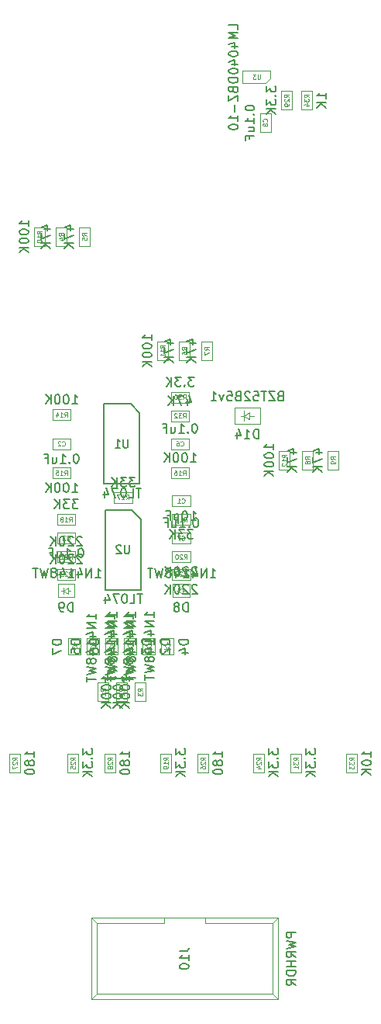
<source format=gbr>
G04 #@! TF.GenerationSoftware,KiCad,Pcbnew,(5.1.0)-1*
G04 #@! TF.CreationDate,2019-10-23T13:14:03-05:00*
G04 #@! TF.ProjectId,logiverter,6c6f6769-7665-4727-9465-722e6b696361,rev?*
G04 #@! TF.SameCoordinates,Original*
G04 #@! TF.FileFunction,Other,Fab,Bot*
%FSLAX46Y46*%
G04 Gerber Fmt 4.6, Leading zero omitted, Abs format (unit mm)*
G04 Created by KiCad (PCBNEW (5.1.0)-1) date 2019-10-23 13:14:03*
%MOMM*%
%LPD*%
G04 APERTURE LIST*
%ADD10C,0.100000*%
%ADD11C,0.150000*%
%ADD12C,0.080000*%
%ADD13C,0.075000*%
%ADD14C,0.135000*%
G04 APERTURE END LIST*
D10*
X82666000Y-158688000D02*
X84466000Y-158688000D01*
X84466000Y-158688000D02*
X84466000Y-157288000D01*
X84466000Y-157288000D02*
X82666000Y-157288000D01*
X82666000Y-157288000D02*
X82666000Y-158688000D01*
X83266000Y-158338000D02*
X83266000Y-157638000D01*
X83266000Y-157988000D02*
X83066000Y-157988000D01*
X83266000Y-157988000D02*
X83766000Y-158338000D01*
X83766000Y-158338000D02*
X83766000Y-157638000D01*
X83766000Y-157638000D02*
X83266000Y-157988000D01*
X83766000Y-157988000D02*
X84016000Y-157988000D01*
X95239000Y-158688000D02*
X97039000Y-158688000D01*
X97039000Y-158688000D02*
X97039000Y-157288000D01*
X97039000Y-157288000D02*
X95239000Y-157288000D01*
X95239000Y-157288000D02*
X95239000Y-158688000D01*
X95839000Y-158338000D02*
X95839000Y-157638000D01*
X95839000Y-157988000D02*
X95639000Y-157988000D01*
X95839000Y-157988000D02*
X96339000Y-158338000D01*
X96339000Y-158338000D02*
X96339000Y-157638000D01*
X96339000Y-157638000D02*
X95839000Y-157988000D01*
X96339000Y-157988000D02*
X96589000Y-157988000D01*
X83755000Y-163184000D02*
X83755000Y-164984000D01*
X83755000Y-164984000D02*
X85155000Y-164984000D01*
X85155000Y-164984000D02*
X85155000Y-163184000D01*
X85155000Y-163184000D02*
X83755000Y-163184000D01*
X84105000Y-163784000D02*
X84805000Y-163784000D01*
X84455000Y-163784000D02*
X84455000Y-163584000D01*
X84455000Y-163784000D02*
X84105000Y-164284000D01*
X84105000Y-164284000D02*
X84805000Y-164284000D01*
X84805000Y-164284000D02*
X84455000Y-163784000D01*
X84455000Y-164284000D02*
X84455000Y-164534000D01*
X87819000Y-163184000D02*
X87819000Y-164984000D01*
X87819000Y-164984000D02*
X89219000Y-164984000D01*
X89219000Y-164984000D02*
X89219000Y-163184000D01*
X89219000Y-163184000D02*
X87819000Y-163184000D01*
X88169000Y-163784000D02*
X88869000Y-163784000D01*
X88519000Y-163784000D02*
X88519000Y-163584000D01*
X88519000Y-163784000D02*
X88169000Y-164284000D01*
X88169000Y-164284000D02*
X88869000Y-164284000D01*
X88869000Y-164284000D02*
X88519000Y-163784000D01*
X88519000Y-164284000D02*
X88519000Y-164534000D01*
X85787000Y-163184000D02*
X85787000Y-164984000D01*
X85787000Y-164984000D02*
X87187000Y-164984000D01*
X87187000Y-164984000D02*
X87187000Y-163184000D01*
X87187000Y-163184000D02*
X85787000Y-163184000D01*
X86137000Y-163784000D02*
X86837000Y-163784000D01*
X86487000Y-163784000D02*
X86487000Y-163584000D01*
X86487000Y-163784000D02*
X86137000Y-164284000D01*
X86137000Y-164284000D02*
X86837000Y-164284000D01*
X86837000Y-164284000D02*
X86487000Y-163784000D01*
X86487000Y-164284000D02*
X86487000Y-164534000D01*
X95315000Y-164984000D02*
X95315000Y-163184000D01*
X95315000Y-163184000D02*
X93915000Y-163184000D01*
X93915000Y-163184000D02*
X93915000Y-164984000D01*
X93915000Y-164984000D02*
X95315000Y-164984000D01*
X94965000Y-164384000D02*
X94265000Y-164384000D01*
X94615000Y-164384000D02*
X94615000Y-164584000D01*
X94615000Y-164384000D02*
X94965000Y-163884000D01*
X94965000Y-163884000D02*
X94265000Y-163884000D01*
X94265000Y-163884000D02*
X94615000Y-164384000D01*
X94615000Y-163884000D02*
X94615000Y-163634000D01*
X91251000Y-164984000D02*
X91251000Y-163184000D01*
X91251000Y-163184000D02*
X89851000Y-163184000D01*
X89851000Y-163184000D02*
X89851000Y-164984000D01*
X89851000Y-164984000D02*
X91251000Y-164984000D01*
X90901000Y-164384000D02*
X90201000Y-164384000D01*
X90551000Y-164384000D02*
X90551000Y-164584000D01*
X90551000Y-164384000D02*
X90901000Y-163884000D01*
X90901000Y-163884000D02*
X90201000Y-163884000D01*
X90201000Y-163884000D02*
X90551000Y-164384000D01*
X90551000Y-163884000D02*
X90551000Y-163634000D01*
X93283000Y-164984000D02*
X93283000Y-163184000D01*
X93283000Y-163184000D02*
X91883000Y-163184000D01*
X91883000Y-163184000D02*
X91883000Y-164984000D01*
X91883000Y-164984000D02*
X93283000Y-164984000D01*
X92933000Y-164384000D02*
X92233000Y-164384000D01*
X92583000Y-164384000D02*
X92583000Y-164584000D01*
X92583000Y-164384000D02*
X92933000Y-163884000D01*
X92933000Y-163884000D02*
X92233000Y-163884000D01*
X92233000Y-163884000D02*
X92583000Y-164384000D01*
X92583000Y-163884000D02*
X92583000Y-163634000D01*
X104746500Y-105934000D02*
X104746500Y-107934000D01*
X105946500Y-105934000D02*
X104746500Y-105934000D01*
X105946500Y-107934000D02*
X105946500Y-105934000D01*
X104746500Y-107934000D02*
X105946500Y-107934000D01*
X110455000Y-105521000D02*
X110455000Y-103521000D01*
X109255000Y-105521000D02*
X110455000Y-105521000D01*
X109255000Y-103521000D02*
X109255000Y-105521000D01*
X110455000Y-103521000D02*
X109255000Y-103521000D01*
X109382000Y-142764000D02*
X109382000Y-144764000D01*
X110582000Y-142764000D02*
X109382000Y-142764000D01*
X110582000Y-144764000D02*
X110582000Y-142764000D01*
X109382000Y-144764000D02*
X110582000Y-144764000D01*
X107096000Y-103521000D02*
X107096000Y-105521000D01*
X108296000Y-103521000D02*
X107096000Y-103521000D01*
X108296000Y-105521000D02*
X108296000Y-103521000D01*
X107096000Y-105521000D02*
X108296000Y-105521000D01*
X112176000Y-142764000D02*
X112176000Y-144764000D01*
X113376000Y-142764000D02*
X112176000Y-142764000D01*
X113376000Y-144764000D02*
X113376000Y-142764000D01*
X112176000Y-144764000D02*
X113376000Y-144764000D01*
X115408000Y-177784000D02*
X115408000Y-175784000D01*
X114208000Y-177784000D02*
X115408000Y-177784000D01*
X114208000Y-175784000D02*
X114208000Y-177784000D01*
X115408000Y-175784000D02*
X114208000Y-175784000D01*
X97012000Y-138338000D02*
X95012000Y-138338000D01*
X97012000Y-139538000D02*
X97012000Y-138338000D01*
X95012000Y-139538000D02*
X97012000Y-139538000D01*
X95012000Y-138338000D02*
X95012000Y-139538000D01*
X109312000Y-177784000D02*
X109312000Y-175784000D01*
X108112000Y-177784000D02*
X109312000Y-177784000D01*
X108112000Y-175784000D02*
X108112000Y-177784000D01*
X109312000Y-175784000D02*
X108112000Y-175784000D01*
X97012000Y-136306000D02*
X95012000Y-136306000D01*
X97012000Y-137506000D02*
X97012000Y-136306000D01*
X95012000Y-137506000D02*
X97012000Y-137506000D01*
X95012000Y-136306000D02*
X95012000Y-137506000D01*
X101978000Y-139838000D02*
X104778000Y-139838000D01*
X104778000Y-139838000D02*
X104778000Y-138038000D01*
X104778000Y-138038000D02*
X101978000Y-138038000D01*
X101978000Y-138038000D02*
X101978000Y-139838000D01*
X102628000Y-138938000D02*
X103028000Y-138938000D01*
X103028000Y-138938000D02*
X103028000Y-139488000D01*
X103028000Y-138938000D02*
X103028000Y-138388000D01*
X103028000Y-138938000D02*
X103628000Y-139338000D01*
X103628000Y-139338000D02*
X103628000Y-138538000D01*
X103628000Y-138538000D02*
X103028000Y-138938000D01*
X103628000Y-138938000D02*
X104128000Y-138938000D01*
X102874000Y-102681000D02*
X102874000Y-101281000D01*
X105914000Y-101281000D02*
X102874000Y-101281000D01*
X105344000Y-102681000D02*
X105914000Y-102131000D01*
X105914000Y-102131000D02*
X105914000Y-101281000D01*
X105344000Y-102681000D02*
X102894000Y-102681000D01*
X97012000Y-144561000D02*
X95012000Y-144561000D01*
X97012000Y-145761000D02*
X97012000Y-144561000D01*
X95012000Y-145761000D02*
X97012000Y-145761000D01*
X95012000Y-144561000D02*
X95012000Y-145761000D01*
D11*
X91739000Y-150193000D02*
X90739000Y-149193000D01*
X91739000Y-157893000D02*
X91739000Y-150193000D01*
X87839000Y-157893000D02*
X91739000Y-157893000D01*
X87839000Y-149193000D02*
X87839000Y-157893000D01*
X90739000Y-149193000D02*
X87839000Y-149193000D01*
X91612000Y-138636000D02*
X90612000Y-137636000D01*
X91612000Y-146336000D02*
X91612000Y-138636000D01*
X87712000Y-146336000D02*
X91612000Y-146336000D01*
X87712000Y-137636000D02*
X87712000Y-146336000D01*
X90612000Y-137636000D02*
X87712000Y-137636000D01*
D10*
X88992000Y-177784000D02*
X88992000Y-175784000D01*
X87792000Y-177784000D02*
X88992000Y-177784000D01*
X87792000Y-175784000D02*
X87792000Y-177784000D01*
X88992000Y-175784000D02*
X87792000Y-175784000D01*
X78578000Y-177784000D02*
X78578000Y-175784000D01*
X77378000Y-177784000D02*
X78578000Y-177784000D01*
X77378000Y-175784000D02*
X77378000Y-177784000D01*
X78578000Y-175784000D02*
X77378000Y-175784000D01*
X99152000Y-175784000D02*
X97952000Y-175784000D01*
X97952000Y-175784000D02*
X97952000Y-177784000D01*
X97952000Y-177784000D02*
X99152000Y-177784000D01*
X99152000Y-177784000D02*
X99152000Y-175784000D01*
X84928000Y-177784000D02*
X84928000Y-175784000D01*
X83728000Y-177784000D02*
X84928000Y-177784000D01*
X83728000Y-175784000D02*
X83728000Y-177784000D01*
X84928000Y-175784000D02*
X83728000Y-175784000D01*
X105248000Y-175784000D02*
X104048000Y-175784000D01*
X104048000Y-175784000D02*
X104048000Y-177784000D01*
X104048000Y-177784000D02*
X105248000Y-177784000D01*
X105248000Y-177784000D02*
X105248000Y-175784000D01*
X84566000Y-155610000D02*
X82566000Y-155610000D01*
X84566000Y-156810000D02*
X84566000Y-155610000D01*
X82566000Y-156810000D02*
X84566000Y-156810000D01*
X82566000Y-155610000D02*
X82566000Y-156810000D01*
X95139000Y-156810000D02*
X97139000Y-156810000D01*
X95139000Y-155610000D02*
X95139000Y-156810000D01*
X97139000Y-155610000D02*
X95139000Y-155610000D01*
X97139000Y-156810000D02*
X97139000Y-155610000D01*
X84566000Y-153705000D02*
X82566000Y-153705000D01*
X84566000Y-154905000D02*
X84566000Y-153705000D01*
X82566000Y-154905000D02*
X84566000Y-154905000D01*
X82566000Y-153705000D02*
X82566000Y-154905000D01*
X95139000Y-154905000D02*
X97139000Y-154905000D01*
X95139000Y-153705000D02*
X95139000Y-154905000D01*
X97139000Y-153705000D02*
X95139000Y-153705000D01*
X97139000Y-154905000D02*
X97139000Y-153705000D01*
X95088000Y-177784000D02*
X95088000Y-175784000D01*
X93888000Y-177784000D02*
X95088000Y-177784000D01*
X93888000Y-175784000D02*
X93888000Y-177784000D01*
X95088000Y-175784000D02*
X93888000Y-175784000D01*
X84566000Y-149641000D02*
X82566000Y-149641000D01*
X84566000Y-150841000D02*
X84566000Y-149641000D01*
X82566000Y-150841000D02*
X84566000Y-150841000D01*
X82566000Y-149641000D02*
X82566000Y-150841000D01*
X90789000Y-147228000D02*
X88789000Y-147228000D01*
X90789000Y-148428000D02*
X90789000Y-147228000D01*
X88789000Y-148428000D02*
X90789000Y-148428000D01*
X88789000Y-147228000D02*
X88789000Y-148428000D01*
X82058000Y-145761000D02*
X84058000Y-145761000D01*
X82058000Y-144561000D02*
X82058000Y-145761000D01*
X84058000Y-144561000D02*
X82058000Y-144561000D01*
X84058000Y-145761000D02*
X84058000Y-144561000D01*
X84058000Y-138211000D02*
X82058000Y-138211000D01*
X84058000Y-139411000D02*
X84058000Y-138211000D01*
X82058000Y-139411000D02*
X84058000Y-139411000D01*
X82058000Y-138211000D02*
X82058000Y-139411000D01*
X95139000Y-150841000D02*
X97139000Y-150841000D01*
X95139000Y-149641000D02*
X95139000Y-150841000D01*
X97139000Y-149641000D02*
X95139000Y-149641000D01*
X97139000Y-150841000D02*
X97139000Y-149641000D01*
X106842000Y-142764000D02*
X106842000Y-144764000D01*
X108042000Y-142764000D02*
X106842000Y-142764000D01*
X108042000Y-144764000D02*
X108042000Y-142764000D01*
X106842000Y-144764000D02*
X108042000Y-144764000D01*
X93507000Y-132826000D02*
X94707000Y-132826000D01*
X94707000Y-132826000D02*
X94707000Y-130826000D01*
X94707000Y-130826000D02*
X93507000Y-130826000D01*
X93507000Y-130826000D02*
X93507000Y-132826000D01*
X80045000Y-118380000D02*
X80045000Y-120380000D01*
X81245000Y-118380000D02*
X80045000Y-118380000D01*
X81245000Y-120380000D02*
X81245000Y-118380000D01*
X80045000Y-120380000D02*
X81245000Y-120380000D01*
X98333000Y-130826000D02*
X98333000Y-132826000D01*
X99533000Y-130826000D02*
X98333000Y-130826000D01*
X99533000Y-132826000D02*
X99533000Y-130826000D01*
X98333000Y-132826000D02*
X99533000Y-132826000D01*
X95920000Y-130826000D02*
X95920000Y-132826000D01*
X97120000Y-130826000D02*
X95920000Y-130826000D01*
X97120000Y-132826000D02*
X97120000Y-130826000D01*
X95920000Y-132826000D02*
X97120000Y-132826000D01*
X84998000Y-118380000D02*
X84998000Y-120380000D01*
X86198000Y-118380000D02*
X84998000Y-118380000D01*
X86198000Y-120380000D02*
X86198000Y-118380000D01*
X84998000Y-120380000D02*
X86198000Y-120380000D01*
X82458000Y-118380000D02*
X82458000Y-120380000D01*
X83658000Y-118380000D02*
X82458000Y-118380000D01*
X83658000Y-120380000D02*
X83658000Y-118380000D01*
X82458000Y-120380000D02*
X83658000Y-120380000D01*
X91094000Y-168037000D02*
X91094000Y-170037000D01*
X92294000Y-168037000D02*
X91094000Y-168037000D01*
X92294000Y-170037000D02*
X92294000Y-168037000D01*
X91094000Y-170037000D02*
X92294000Y-170037000D01*
X89062000Y-168037000D02*
X89062000Y-170037000D01*
X90262000Y-168037000D02*
X89062000Y-168037000D01*
X90262000Y-170037000D02*
X90262000Y-168037000D01*
X89062000Y-170037000D02*
X90262000Y-170037000D01*
X88230000Y-170037000D02*
X88230000Y-168037000D01*
X87030000Y-170037000D02*
X88230000Y-170037000D01*
X87030000Y-168037000D02*
X87030000Y-170037000D01*
X88230000Y-168037000D02*
X87030000Y-168037000D01*
X106700000Y-193695000D02*
X106140000Y-194245000D01*
X86340000Y-193695000D02*
X86880000Y-194245000D01*
X106700000Y-202545000D02*
X106140000Y-201995000D01*
X86340000Y-202545000D02*
X86880000Y-201995000D01*
X106140000Y-201995000D02*
X106140000Y-194245000D01*
X106700000Y-202545000D02*
X106700000Y-193695000D01*
X86880000Y-201995000D02*
X86880000Y-194245000D01*
X86340000Y-202545000D02*
X86340000Y-193695000D01*
X98770000Y-194245000D02*
X98770000Y-193695000D01*
X94270000Y-194245000D02*
X94270000Y-193695000D01*
X98770000Y-194245000D02*
X106140000Y-194245000D01*
X86880000Y-194245000D02*
X94270000Y-194245000D01*
X86340000Y-193695000D02*
X106700000Y-193695000D01*
X86880000Y-201995000D02*
X106140000Y-201995000D01*
X86340000Y-202545000D02*
X106700000Y-202545000D01*
X97139000Y-151673000D02*
X95139000Y-151673000D01*
X97139000Y-152873000D02*
X97139000Y-151673000D01*
X95139000Y-152873000D02*
X97139000Y-152873000D01*
X95139000Y-151673000D02*
X95139000Y-152873000D01*
X97012000Y-141386000D02*
X95012000Y-141386000D01*
X97012000Y-142586000D02*
X97012000Y-141386000D01*
X95012000Y-142586000D02*
X97012000Y-142586000D01*
X95012000Y-141386000D02*
X95012000Y-142586000D01*
X82566000Y-152873000D02*
X84566000Y-152873000D01*
X82566000Y-151673000D02*
X82566000Y-152873000D01*
X84566000Y-151673000D02*
X82566000Y-151673000D01*
X84566000Y-152873000D02*
X84566000Y-151673000D01*
X82058000Y-142586000D02*
X84058000Y-142586000D01*
X82058000Y-141386000D02*
X82058000Y-142586000D01*
X84058000Y-141386000D02*
X82058000Y-141386000D01*
X84058000Y-142586000D02*
X84058000Y-141386000D01*
X95139000Y-148809000D02*
X97139000Y-148809000D01*
X95139000Y-147609000D02*
X95139000Y-148809000D01*
X97139000Y-147609000D02*
X95139000Y-147609000D01*
X97139000Y-148809000D02*
X97139000Y-147609000D01*
D11*
X86761238Y-156540380D02*
X87332666Y-156540380D01*
X87046952Y-156540380D02*
X87046952Y-155540380D01*
X87142190Y-155683238D01*
X87237428Y-155778476D01*
X87332666Y-155826095D01*
X86332666Y-156540380D02*
X86332666Y-155540380D01*
X85761238Y-156540380D01*
X85761238Y-155540380D01*
X84856476Y-155873714D02*
X84856476Y-156540380D01*
X85094571Y-155492761D02*
X85332666Y-156207047D01*
X84713619Y-156207047D01*
X83808857Y-156540380D02*
X84380285Y-156540380D01*
X84094571Y-156540380D02*
X84094571Y-155540380D01*
X84189809Y-155683238D01*
X84285047Y-155778476D01*
X84380285Y-155826095D01*
X82951714Y-155873714D02*
X82951714Y-156540380D01*
X83189809Y-155492761D02*
X83427904Y-156207047D01*
X82808857Y-156207047D01*
X82285047Y-155968952D02*
X82380285Y-155921333D01*
X82427904Y-155873714D01*
X82475523Y-155778476D01*
X82475523Y-155730857D01*
X82427904Y-155635619D01*
X82380285Y-155588000D01*
X82285047Y-155540380D01*
X82094571Y-155540380D01*
X81999333Y-155588000D01*
X81951714Y-155635619D01*
X81904095Y-155730857D01*
X81904095Y-155778476D01*
X81951714Y-155873714D01*
X81999333Y-155921333D01*
X82094571Y-155968952D01*
X82285047Y-155968952D01*
X82380285Y-156016571D01*
X82427904Y-156064190D01*
X82475523Y-156159428D01*
X82475523Y-156349904D01*
X82427904Y-156445142D01*
X82380285Y-156492761D01*
X82285047Y-156540380D01*
X82094571Y-156540380D01*
X81999333Y-156492761D01*
X81951714Y-156445142D01*
X81904095Y-156349904D01*
X81904095Y-156159428D01*
X81951714Y-156064190D01*
X81999333Y-156016571D01*
X82094571Y-155968952D01*
X81570761Y-155540380D02*
X81332666Y-156540380D01*
X81142190Y-155826095D01*
X80951714Y-156540380D01*
X80713619Y-155540380D01*
X80475523Y-155540380D02*
X79904095Y-155540380D01*
X80189809Y-156540380D02*
X80189809Y-155540380D01*
X84304095Y-160290380D02*
X84304095Y-159290380D01*
X84066000Y-159290380D01*
X83923142Y-159338000D01*
X83827904Y-159433238D01*
X83780285Y-159528476D01*
X83732666Y-159718952D01*
X83732666Y-159861809D01*
X83780285Y-160052285D01*
X83827904Y-160147523D01*
X83923142Y-160242761D01*
X84066000Y-160290380D01*
X84304095Y-160290380D01*
X83256476Y-160290380D02*
X83066000Y-160290380D01*
X82970761Y-160242761D01*
X82923142Y-160195142D01*
X82827904Y-160052285D01*
X82780285Y-159861809D01*
X82780285Y-159480857D01*
X82827904Y-159385619D01*
X82875523Y-159338000D01*
X82970761Y-159290380D01*
X83161238Y-159290380D01*
X83256476Y-159338000D01*
X83304095Y-159385619D01*
X83351714Y-159480857D01*
X83351714Y-159718952D01*
X83304095Y-159814190D01*
X83256476Y-159861809D01*
X83161238Y-159909428D01*
X82970761Y-159909428D01*
X82875523Y-159861809D01*
X82827904Y-159814190D01*
X82780285Y-159718952D01*
X99334238Y-156540380D02*
X99905666Y-156540380D01*
X99619952Y-156540380D02*
X99619952Y-155540380D01*
X99715190Y-155683238D01*
X99810428Y-155778476D01*
X99905666Y-155826095D01*
X98905666Y-156540380D02*
X98905666Y-155540380D01*
X98334238Y-156540380D01*
X98334238Y-155540380D01*
X97429476Y-155873714D02*
X97429476Y-156540380D01*
X97667571Y-155492761D02*
X97905666Y-156207047D01*
X97286619Y-156207047D01*
X96381857Y-156540380D02*
X96953285Y-156540380D01*
X96667571Y-156540380D02*
X96667571Y-155540380D01*
X96762809Y-155683238D01*
X96858047Y-155778476D01*
X96953285Y-155826095D01*
X95524714Y-155873714D02*
X95524714Y-156540380D01*
X95762809Y-155492761D02*
X96000904Y-156207047D01*
X95381857Y-156207047D01*
X94858047Y-155968952D02*
X94953285Y-155921333D01*
X95000904Y-155873714D01*
X95048523Y-155778476D01*
X95048523Y-155730857D01*
X95000904Y-155635619D01*
X94953285Y-155588000D01*
X94858047Y-155540380D01*
X94667571Y-155540380D01*
X94572333Y-155588000D01*
X94524714Y-155635619D01*
X94477095Y-155730857D01*
X94477095Y-155778476D01*
X94524714Y-155873714D01*
X94572333Y-155921333D01*
X94667571Y-155968952D01*
X94858047Y-155968952D01*
X94953285Y-156016571D01*
X95000904Y-156064190D01*
X95048523Y-156159428D01*
X95048523Y-156349904D01*
X95000904Y-156445142D01*
X94953285Y-156492761D01*
X94858047Y-156540380D01*
X94667571Y-156540380D01*
X94572333Y-156492761D01*
X94524714Y-156445142D01*
X94477095Y-156349904D01*
X94477095Y-156159428D01*
X94524714Y-156064190D01*
X94572333Y-156016571D01*
X94667571Y-155968952D01*
X94143761Y-155540380D02*
X93905666Y-156540380D01*
X93715190Y-155826095D01*
X93524714Y-156540380D01*
X93286619Y-155540380D01*
X93048523Y-155540380D02*
X92477095Y-155540380D01*
X92762809Y-156540380D02*
X92762809Y-155540380D01*
X96877095Y-160290380D02*
X96877095Y-159290380D01*
X96639000Y-159290380D01*
X96496142Y-159338000D01*
X96400904Y-159433238D01*
X96353285Y-159528476D01*
X96305666Y-159718952D01*
X96305666Y-159861809D01*
X96353285Y-160052285D01*
X96400904Y-160147523D01*
X96496142Y-160242761D01*
X96639000Y-160290380D01*
X96877095Y-160290380D01*
X95734238Y-159718952D02*
X95829476Y-159671333D01*
X95877095Y-159623714D01*
X95924714Y-159528476D01*
X95924714Y-159480857D01*
X95877095Y-159385619D01*
X95829476Y-159338000D01*
X95734238Y-159290380D01*
X95543761Y-159290380D01*
X95448523Y-159338000D01*
X95400904Y-159385619D01*
X95353285Y-159480857D01*
X95353285Y-159528476D01*
X95400904Y-159623714D01*
X95448523Y-159671333D01*
X95543761Y-159718952D01*
X95734238Y-159718952D01*
X95829476Y-159766571D01*
X95877095Y-159814190D01*
X95924714Y-159909428D01*
X95924714Y-160099904D01*
X95877095Y-160195142D01*
X95829476Y-160242761D01*
X95734238Y-160290380D01*
X95543761Y-160290380D01*
X95448523Y-160242761D01*
X95400904Y-160195142D01*
X95353285Y-160099904D01*
X95353285Y-159909428D01*
X95400904Y-159814190D01*
X95448523Y-159766571D01*
X95543761Y-159718952D01*
X86807380Y-161088761D02*
X86807380Y-160517333D01*
X86807380Y-160803047D02*
X85807380Y-160803047D01*
X85950238Y-160707809D01*
X86045476Y-160612571D01*
X86093095Y-160517333D01*
X86807380Y-161517333D02*
X85807380Y-161517333D01*
X86807380Y-162088761D01*
X85807380Y-162088761D01*
X86140714Y-162993523D02*
X86807380Y-162993523D01*
X85759761Y-162755428D02*
X86474047Y-162517333D01*
X86474047Y-163136380D01*
X86807380Y-164041142D02*
X86807380Y-163469714D01*
X86807380Y-163755428D02*
X85807380Y-163755428D01*
X85950238Y-163660190D01*
X86045476Y-163564952D01*
X86093095Y-163469714D01*
X86140714Y-164898285D02*
X86807380Y-164898285D01*
X85759761Y-164660190D02*
X86474047Y-164422095D01*
X86474047Y-165041142D01*
X86235952Y-165564952D02*
X86188333Y-165469714D01*
X86140714Y-165422095D01*
X86045476Y-165374476D01*
X85997857Y-165374476D01*
X85902619Y-165422095D01*
X85855000Y-165469714D01*
X85807380Y-165564952D01*
X85807380Y-165755428D01*
X85855000Y-165850666D01*
X85902619Y-165898285D01*
X85997857Y-165945904D01*
X86045476Y-165945904D01*
X86140714Y-165898285D01*
X86188333Y-165850666D01*
X86235952Y-165755428D01*
X86235952Y-165564952D01*
X86283571Y-165469714D01*
X86331190Y-165422095D01*
X86426428Y-165374476D01*
X86616904Y-165374476D01*
X86712142Y-165422095D01*
X86759761Y-165469714D01*
X86807380Y-165564952D01*
X86807380Y-165755428D01*
X86759761Y-165850666D01*
X86712142Y-165898285D01*
X86616904Y-165945904D01*
X86426428Y-165945904D01*
X86331190Y-165898285D01*
X86283571Y-165850666D01*
X86235952Y-165755428D01*
X85807380Y-166279238D02*
X86807380Y-166517333D01*
X86093095Y-166707809D01*
X86807380Y-166898285D01*
X85807380Y-167136380D01*
X85807380Y-167374476D02*
X85807380Y-167945904D01*
X86807380Y-167660190D02*
X85807380Y-167660190D01*
X83057380Y-163345904D02*
X82057380Y-163345904D01*
X82057380Y-163584000D01*
X82105000Y-163726857D01*
X82200238Y-163822095D01*
X82295476Y-163869714D01*
X82485952Y-163917333D01*
X82628809Y-163917333D01*
X82819285Y-163869714D01*
X82914523Y-163822095D01*
X83009761Y-163726857D01*
X83057380Y-163584000D01*
X83057380Y-163345904D01*
X82057380Y-164250666D02*
X82057380Y-164917333D01*
X83057380Y-164488761D01*
X90871380Y-161088761D02*
X90871380Y-160517333D01*
X90871380Y-160803047D02*
X89871380Y-160803047D01*
X90014238Y-160707809D01*
X90109476Y-160612571D01*
X90157095Y-160517333D01*
X90871380Y-161517333D02*
X89871380Y-161517333D01*
X90871380Y-162088761D01*
X89871380Y-162088761D01*
X90204714Y-162993523D02*
X90871380Y-162993523D01*
X89823761Y-162755428D02*
X90538047Y-162517333D01*
X90538047Y-163136380D01*
X90871380Y-164041142D02*
X90871380Y-163469714D01*
X90871380Y-163755428D02*
X89871380Y-163755428D01*
X90014238Y-163660190D01*
X90109476Y-163564952D01*
X90157095Y-163469714D01*
X90204714Y-164898285D02*
X90871380Y-164898285D01*
X89823761Y-164660190D02*
X90538047Y-164422095D01*
X90538047Y-165041142D01*
X90299952Y-165564952D02*
X90252333Y-165469714D01*
X90204714Y-165422095D01*
X90109476Y-165374476D01*
X90061857Y-165374476D01*
X89966619Y-165422095D01*
X89919000Y-165469714D01*
X89871380Y-165564952D01*
X89871380Y-165755428D01*
X89919000Y-165850666D01*
X89966619Y-165898285D01*
X90061857Y-165945904D01*
X90109476Y-165945904D01*
X90204714Y-165898285D01*
X90252333Y-165850666D01*
X90299952Y-165755428D01*
X90299952Y-165564952D01*
X90347571Y-165469714D01*
X90395190Y-165422095D01*
X90490428Y-165374476D01*
X90680904Y-165374476D01*
X90776142Y-165422095D01*
X90823761Y-165469714D01*
X90871380Y-165564952D01*
X90871380Y-165755428D01*
X90823761Y-165850666D01*
X90776142Y-165898285D01*
X90680904Y-165945904D01*
X90490428Y-165945904D01*
X90395190Y-165898285D01*
X90347571Y-165850666D01*
X90299952Y-165755428D01*
X89871380Y-166279238D02*
X90871380Y-166517333D01*
X90157095Y-166707809D01*
X90871380Y-166898285D01*
X89871380Y-167136380D01*
X89871380Y-167374476D02*
X89871380Y-167945904D01*
X90871380Y-167660190D02*
X89871380Y-167660190D01*
X87121380Y-163345904D02*
X86121380Y-163345904D01*
X86121380Y-163584000D01*
X86169000Y-163726857D01*
X86264238Y-163822095D01*
X86359476Y-163869714D01*
X86549952Y-163917333D01*
X86692809Y-163917333D01*
X86883285Y-163869714D01*
X86978523Y-163822095D01*
X87073761Y-163726857D01*
X87121380Y-163584000D01*
X87121380Y-163345904D01*
X86121380Y-164774476D02*
X86121380Y-164584000D01*
X86169000Y-164488761D01*
X86216619Y-164441142D01*
X86359476Y-164345904D01*
X86549952Y-164298285D01*
X86930904Y-164298285D01*
X87026142Y-164345904D01*
X87073761Y-164393523D01*
X87121380Y-164488761D01*
X87121380Y-164679238D01*
X87073761Y-164774476D01*
X87026142Y-164822095D01*
X86930904Y-164869714D01*
X86692809Y-164869714D01*
X86597571Y-164822095D01*
X86549952Y-164774476D01*
X86502333Y-164679238D01*
X86502333Y-164488761D01*
X86549952Y-164393523D01*
X86597571Y-164345904D01*
X86692809Y-164298285D01*
X88839380Y-161088761D02*
X88839380Y-160517333D01*
X88839380Y-160803047D02*
X87839380Y-160803047D01*
X87982238Y-160707809D01*
X88077476Y-160612571D01*
X88125095Y-160517333D01*
X88839380Y-161517333D02*
X87839380Y-161517333D01*
X88839380Y-162088761D01*
X87839380Y-162088761D01*
X88172714Y-162993523D02*
X88839380Y-162993523D01*
X87791761Y-162755428D02*
X88506047Y-162517333D01*
X88506047Y-163136380D01*
X88839380Y-164041142D02*
X88839380Y-163469714D01*
X88839380Y-163755428D02*
X87839380Y-163755428D01*
X87982238Y-163660190D01*
X88077476Y-163564952D01*
X88125095Y-163469714D01*
X88172714Y-164898285D02*
X88839380Y-164898285D01*
X87791761Y-164660190D02*
X88506047Y-164422095D01*
X88506047Y-165041142D01*
X88267952Y-165564952D02*
X88220333Y-165469714D01*
X88172714Y-165422095D01*
X88077476Y-165374476D01*
X88029857Y-165374476D01*
X87934619Y-165422095D01*
X87887000Y-165469714D01*
X87839380Y-165564952D01*
X87839380Y-165755428D01*
X87887000Y-165850666D01*
X87934619Y-165898285D01*
X88029857Y-165945904D01*
X88077476Y-165945904D01*
X88172714Y-165898285D01*
X88220333Y-165850666D01*
X88267952Y-165755428D01*
X88267952Y-165564952D01*
X88315571Y-165469714D01*
X88363190Y-165422095D01*
X88458428Y-165374476D01*
X88648904Y-165374476D01*
X88744142Y-165422095D01*
X88791761Y-165469714D01*
X88839380Y-165564952D01*
X88839380Y-165755428D01*
X88791761Y-165850666D01*
X88744142Y-165898285D01*
X88648904Y-165945904D01*
X88458428Y-165945904D01*
X88363190Y-165898285D01*
X88315571Y-165850666D01*
X88267952Y-165755428D01*
X87839380Y-166279238D02*
X88839380Y-166517333D01*
X88125095Y-166707809D01*
X88839380Y-166898285D01*
X87839380Y-167136380D01*
X87839380Y-167374476D02*
X87839380Y-167945904D01*
X88839380Y-167660190D02*
X87839380Y-167660190D01*
X85089380Y-163345904D02*
X84089380Y-163345904D01*
X84089380Y-163584000D01*
X84137000Y-163726857D01*
X84232238Y-163822095D01*
X84327476Y-163869714D01*
X84517952Y-163917333D01*
X84660809Y-163917333D01*
X84851285Y-163869714D01*
X84946523Y-163822095D01*
X85041761Y-163726857D01*
X85089380Y-163584000D01*
X85089380Y-163345904D01*
X84089380Y-164822095D02*
X84089380Y-164345904D01*
X84565571Y-164298285D01*
X84517952Y-164345904D01*
X84470333Y-164441142D01*
X84470333Y-164679238D01*
X84517952Y-164774476D01*
X84565571Y-164822095D01*
X84660809Y-164869714D01*
X84898904Y-164869714D01*
X84994142Y-164822095D01*
X85041761Y-164774476D01*
X85089380Y-164679238D01*
X85089380Y-164441142D01*
X85041761Y-164345904D01*
X84994142Y-164298285D01*
X93167380Y-160888761D02*
X93167380Y-160317333D01*
X93167380Y-160603047D02*
X92167380Y-160603047D01*
X92310238Y-160507809D01*
X92405476Y-160412571D01*
X92453095Y-160317333D01*
X93167380Y-161317333D02*
X92167380Y-161317333D01*
X93167380Y-161888761D01*
X92167380Y-161888761D01*
X92500714Y-162793523D02*
X93167380Y-162793523D01*
X92119761Y-162555428D02*
X92834047Y-162317333D01*
X92834047Y-162936380D01*
X93167380Y-163841142D02*
X93167380Y-163269714D01*
X93167380Y-163555428D02*
X92167380Y-163555428D01*
X92310238Y-163460190D01*
X92405476Y-163364952D01*
X92453095Y-163269714D01*
X92500714Y-164698285D02*
X93167380Y-164698285D01*
X92119761Y-164460190D02*
X92834047Y-164222095D01*
X92834047Y-164841142D01*
X92595952Y-165364952D02*
X92548333Y-165269714D01*
X92500714Y-165222095D01*
X92405476Y-165174476D01*
X92357857Y-165174476D01*
X92262619Y-165222095D01*
X92215000Y-165269714D01*
X92167380Y-165364952D01*
X92167380Y-165555428D01*
X92215000Y-165650666D01*
X92262619Y-165698285D01*
X92357857Y-165745904D01*
X92405476Y-165745904D01*
X92500714Y-165698285D01*
X92548333Y-165650666D01*
X92595952Y-165555428D01*
X92595952Y-165364952D01*
X92643571Y-165269714D01*
X92691190Y-165222095D01*
X92786428Y-165174476D01*
X92976904Y-165174476D01*
X93072142Y-165222095D01*
X93119761Y-165269714D01*
X93167380Y-165364952D01*
X93167380Y-165555428D01*
X93119761Y-165650666D01*
X93072142Y-165698285D01*
X92976904Y-165745904D01*
X92786428Y-165745904D01*
X92691190Y-165698285D01*
X92643571Y-165650666D01*
X92595952Y-165555428D01*
X92167380Y-166079238D02*
X93167380Y-166317333D01*
X92453095Y-166507809D01*
X93167380Y-166698285D01*
X92167380Y-166936380D01*
X92167380Y-167174476D02*
X92167380Y-167745904D01*
X93167380Y-167460190D02*
X92167380Y-167460190D01*
X96917380Y-163345904D02*
X95917380Y-163345904D01*
X95917380Y-163584000D01*
X95965000Y-163726857D01*
X96060238Y-163822095D01*
X96155476Y-163869714D01*
X96345952Y-163917333D01*
X96488809Y-163917333D01*
X96679285Y-163869714D01*
X96774523Y-163822095D01*
X96869761Y-163726857D01*
X96917380Y-163584000D01*
X96917380Y-163345904D01*
X96250714Y-164774476D02*
X96917380Y-164774476D01*
X95869761Y-164536380D02*
X96584047Y-164298285D01*
X96584047Y-164917333D01*
X89103380Y-160888761D02*
X89103380Y-160317333D01*
X89103380Y-160603047D02*
X88103380Y-160603047D01*
X88246238Y-160507809D01*
X88341476Y-160412571D01*
X88389095Y-160317333D01*
X89103380Y-161317333D02*
X88103380Y-161317333D01*
X89103380Y-161888761D01*
X88103380Y-161888761D01*
X88436714Y-162793523D02*
X89103380Y-162793523D01*
X88055761Y-162555428D02*
X88770047Y-162317333D01*
X88770047Y-162936380D01*
X89103380Y-163841142D02*
X89103380Y-163269714D01*
X89103380Y-163555428D02*
X88103380Y-163555428D01*
X88246238Y-163460190D01*
X88341476Y-163364952D01*
X88389095Y-163269714D01*
X88436714Y-164698285D02*
X89103380Y-164698285D01*
X88055761Y-164460190D02*
X88770047Y-164222095D01*
X88770047Y-164841142D01*
X88531952Y-165364952D02*
X88484333Y-165269714D01*
X88436714Y-165222095D01*
X88341476Y-165174476D01*
X88293857Y-165174476D01*
X88198619Y-165222095D01*
X88151000Y-165269714D01*
X88103380Y-165364952D01*
X88103380Y-165555428D01*
X88151000Y-165650666D01*
X88198619Y-165698285D01*
X88293857Y-165745904D01*
X88341476Y-165745904D01*
X88436714Y-165698285D01*
X88484333Y-165650666D01*
X88531952Y-165555428D01*
X88531952Y-165364952D01*
X88579571Y-165269714D01*
X88627190Y-165222095D01*
X88722428Y-165174476D01*
X88912904Y-165174476D01*
X89008142Y-165222095D01*
X89055761Y-165269714D01*
X89103380Y-165364952D01*
X89103380Y-165555428D01*
X89055761Y-165650666D01*
X89008142Y-165698285D01*
X88912904Y-165745904D01*
X88722428Y-165745904D01*
X88627190Y-165698285D01*
X88579571Y-165650666D01*
X88531952Y-165555428D01*
X88103380Y-166079238D02*
X89103380Y-166317333D01*
X88389095Y-166507809D01*
X89103380Y-166698285D01*
X88103380Y-166936380D01*
X88103380Y-167174476D02*
X88103380Y-167745904D01*
X89103380Y-167460190D02*
X88103380Y-167460190D01*
X92853380Y-163345904D02*
X91853380Y-163345904D01*
X91853380Y-163584000D01*
X91901000Y-163726857D01*
X91996238Y-163822095D01*
X92091476Y-163869714D01*
X92281952Y-163917333D01*
X92424809Y-163917333D01*
X92615285Y-163869714D01*
X92710523Y-163822095D01*
X92805761Y-163726857D01*
X92853380Y-163584000D01*
X92853380Y-163345904D01*
X91853380Y-164250666D02*
X91853380Y-164869714D01*
X92234333Y-164536380D01*
X92234333Y-164679238D01*
X92281952Y-164774476D01*
X92329571Y-164822095D01*
X92424809Y-164869714D01*
X92662904Y-164869714D01*
X92758142Y-164822095D01*
X92805761Y-164774476D01*
X92853380Y-164679238D01*
X92853380Y-164393523D01*
X92805761Y-164298285D01*
X92758142Y-164250666D01*
X91135380Y-160888761D02*
X91135380Y-160317333D01*
X91135380Y-160603047D02*
X90135380Y-160603047D01*
X90278238Y-160507809D01*
X90373476Y-160412571D01*
X90421095Y-160317333D01*
X91135380Y-161317333D02*
X90135380Y-161317333D01*
X91135380Y-161888761D01*
X90135380Y-161888761D01*
X90468714Y-162793523D02*
X91135380Y-162793523D01*
X90087761Y-162555428D02*
X90802047Y-162317333D01*
X90802047Y-162936380D01*
X91135380Y-163841142D02*
X91135380Y-163269714D01*
X91135380Y-163555428D02*
X90135380Y-163555428D01*
X90278238Y-163460190D01*
X90373476Y-163364952D01*
X90421095Y-163269714D01*
X90468714Y-164698285D02*
X91135380Y-164698285D01*
X90087761Y-164460190D02*
X90802047Y-164222095D01*
X90802047Y-164841142D01*
X90563952Y-165364952D02*
X90516333Y-165269714D01*
X90468714Y-165222095D01*
X90373476Y-165174476D01*
X90325857Y-165174476D01*
X90230619Y-165222095D01*
X90183000Y-165269714D01*
X90135380Y-165364952D01*
X90135380Y-165555428D01*
X90183000Y-165650666D01*
X90230619Y-165698285D01*
X90325857Y-165745904D01*
X90373476Y-165745904D01*
X90468714Y-165698285D01*
X90516333Y-165650666D01*
X90563952Y-165555428D01*
X90563952Y-165364952D01*
X90611571Y-165269714D01*
X90659190Y-165222095D01*
X90754428Y-165174476D01*
X90944904Y-165174476D01*
X91040142Y-165222095D01*
X91087761Y-165269714D01*
X91135380Y-165364952D01*
X91135380Y-165555428D01*
X91087761Y-165650666D01*
X91040142Y-165698285D01*
X90944904Y-165745904D01*
X90754428Y-165745904D01*
X90659190Y-165698285D01*
X90611571Y-165650666D01*
X90563952Y-165555428D01*
X90135380Y-166079238D02*
X91135380Y-166317333D01*
X90421095Y-166507809D01*
X91135380Y-166698285D01*
X90135380Y-166936380D01*
X90135380Y-167174476D02*
X90135380Y-167745904D01*
X91135380Y-167460190D02*
X90135380Y-167460190D01*
X94885380Y-163345904D02*
X93885380Y-163345904D01*
X93885380Y-163584000D01*
X93933000Y-163726857D01*
X94028238Y-163822095D01*
X94123476Y-163869714D01*
X94313952Y-163917333D01*
X94456809Y-163917333D01*
X94647285Y-163869714D01*
X94742523Y-163822095D01*
X94837761Y-163726857D01*
X94885380Y-163584000D01*
X94885380Y-163345904D01*
X93980619Y-164298285D02*
X93933000Y-164345904D01*
X93885380Y-164441142D01*
X93885380Y-164679238D01*
X93933000Y-164774476D01*
X93980619Y-164822095D01*
X94075857Y-164869714D01*
X94171095Y-164869714D01*
X94313952Y-164822095D01*
X94885380Y-164250666D01*
X94885380Y-164869714D01*
X103148880Y-105291142D02*
X103148880Y-105386380D01*
X103196500Y-105481619D01*
X103244119Y-105529238D01*
X103339357Y-105576857D01*
X103529833Y-105624476D01*
X103767928Y-105624476D01*
X103958404Y-105576857D01*
X104053642Y-105529238D01*
X104101261Y-105481619D01*
X104148880Y-105386380D01*
X104148880Y-105291142D01*
X104101261Y-105195904D01*
X104053642Y-105148285D01*
X103958404Y-105100666D01*
X103767928Y-105053047D01*
X103529833Y-105053047D01*
X103339357Y-105100666D01*
X103244119Y-105148285D01*
X103196500Y-105195904D01*
X103148880Y-105291142D01*
X104053642Y-106053047D02*
X104101261Y-106100666D01*
X104148880Y-106053047D01*
X104101261Y-106005428D01*
X104053642Y-106053047D01*
X104148880Y-106053047D01*
X104148880Y-107053047D02*
X104148880Y-106481619D01*
X104148880Y-106767333D02*
X103148880Y-106767333D01*
X103291738Y-106672095D01*
X103386976Y-106576857D01*
X103434595Y-106481619D01*
X103482214Y-107910190D02*
X104148880Y-107910190D01*
X103482214Y-107481619D02*
X104006023Y-107481619D01*
X104101261Y-107529238D01*
X104148880Y-107624476D01*
X104148880Y-107767333D01*
X104101261Y-107862571D01*
X104053642Y-107910190D01*
X103625071Y-108719714D02*
X103625071Y-108386380D01*
X104148880Y-108386380D02*
X103148880Y-108386380D01*
X103148880Y-108862571D01*
D12*
X105525071Y-106850666D02*
X105548880Y-106826857D01*
X105572690Y-106755428D01*
X105572690Y-106707809D01*
X105548880Y-106636380D01*
X105501261Y-106588761D01*
X105453642Y-106564952D01*
X105358404Y-106541142D01*
X105286976Y-106541142D01*
X105191738Y-106564952D01*
X105144119Y-106588761D01*
X105096500Y-106636380D01*
X105072690Y-106707809D01*
X105072690Y-106755428D01*
X105096500Y-106826857D01*
X105120309Y-106850666D01*
X105286976Y-107136380D02*
X105263166Y-107088761D01*
X105239357Y-107064952D01*
X105191738Y-107041142D01*
X105167928Y-107041142D01*
X105120309Y-107064952D01*
X105096500Y-107088761D01*
X105072690Y-107136380D01*
X105072690Y-107231619D01*
X105096500Y-107279238D01*
X105120309Y-107303047D01*
X105167928Y-107326857D01*
X105191738Y-107326857D01*
X105239357Y-107303047D01*
X105263166Y-107279238D01*
X105286976Y-107231619D01*
X105286976Y-107136380D01*
X105310785Y-107088761D01*
X105334595Y-107064952D01*
X105382214Y-107041142D01*
X105477452Y-107041142D01*
X105525071Y-107064952D01*
X105548880Y-107088761D01*
X105572690Y-107136380D01*
X105572690Y-107231619D01*
X105548880Y-107279238D01*
X105525071Y-107303047D01*
X105477452Y-107326857D01*
X105382214Y-107326857D01*
X105334595Y-107303047D01*
X105310785Y-107279238D01*
X105286976Y-107231619D01*
D11*
X111957380Y-104306714D02*
X111957380Y-103735285D01*
X111957380Y-104021000D02*
X110957380Y-104021000D01*
X111100238Y-103925761D01*
X111195476Y-103830523D01*
X111243095Y-103735285D01*
X111957380Y-104735285D02*
X110957380Y-104735285D01*
X111957380Y-105306714D02*
X111385952Y-104878142D01*
X110957380Y-105306714D02*
X111528809Y-104735285D01*
D12*
X110081190Y-104199571D02*
X109843095Y-104032904D01*
X110081190Y-103913857D02*
X109581190Y-103913857D01*
X109581190Y-104104333D01*
X109605000Y-104151952D01*
X109628809Y-104175761D01*
X109676428Y-104199571D01*
X109747857Y-104199571D01*
X109795476Y-104175761D01*
X109819285Y-104151952D01*
X109843095Y-104104333D01*
X109843095Y-103913857D01*
X109581190Y-104366238D02*
X109581190Y-104675761D01*
X109771666Y-104509095D01*
X109771666Y-104580523D01*
X109795476Y-104628142D01*
X109819285Y-104651952D01*
X109866904Y-104675761D01*
X109985952Y-104675761D01*
X110033571Y-104651952D01*
X110057380Y-104628142D01*
X110081190Y-104580523D01*
X110081190Y-104437666D01*
X110057380Y-104390047D01*
X110033571Y-104366238D01*
X109747857Y-105104333D02*
X110081190Y-105104333D01*
X109557380Y-104985285D02*
X109914523Y-104866238D01*
X109914523Y-105175761D01*
D11*
X108117714Y-142978285D02*
X108784380Y-142978285D01*
X107736761Y-142740190D02*
X108451047Y-142502095D01*
X108451047Y-143121142D01*
X107784380Y-143406857D02*
X107784380Y-144073523D01*
X108784380Y-143644952D01*
X108784380Y-144454476D02*
X107784380Y-144454476D01*
X108784380Y-145025904D02*
X108212952Y-144597333D01*
X107784380Y-145025904D02*
X108355809Y-144454476D01*
D12*
X110208190Y-143680666D02*
X109970095Y-143514000D01*
X110208190Y-143394952D02*
X109708190Y-143394952D01*
X109708190Y-143585428D01*
X109732000Y-143633047D01*
X109755809Y-143656857D01*
X109803428Y-143680666D01*
X109874857Y-143680666D01*
X109922476Y-143656857D01*
X109946285Y-143633047D01*
X109970095Y-143585428D01*
X109970095Y-143394952D01*
X109922476Y-143966380D02*
X109898666Y-143918761D01*
X109874857Y-143894952D01*
X109827238Y-143871142D01*
X109803428Y-143871142D01*
X109755809Y-143894952D01*
X109732000Y-143918761D01*
X109708190Y-143966380D01*
X109708190Y-144061619D01*
X109732000Y-144109238D01*
X109755809Y-144133047D01*
X109803428Y-144156857D01*
X109827238Y-144156857D01*
X109874857Y-144133047D01*
X109898666Y-144109238D01*
X109922476Y-144061619D01*
X109922476Y-143966380D01*
X109946285Y-143918761D01*
X109970095Y-143894952D01*
X110017714Y-143871142D01*
X110112952Y-143871142D01*
X110160571Y-143894952D01*
X110184380Y-143918761D01*
X110208190Y-143966380D01*
X110208190Y-144061619D01*
X110184380Y-144109238D01*
X110160571Y-144133047D01*
X110112952Y-144156857D01*
X110017714Y-144156857D01*
X109970095Y-144133047D01*
X109946285Y-144109238D01*
X109922476Y-144061619D01*
D11*
X105498380Y-102973380D02*
X105498380Y-103592428D01*
X105879333Y-103259095D01*
X105879333Y-103401952D01*
X105926952Y-103497190D01*
X105974571Y-103544809D01*
X106069809Y-103592428D01*
X106307904Y-103592428D01*
X106403142Y-103544809D01*
X106450761Y-103497190D01*
X106498380Y-103401952D01*
X106498380Y-103116238D01*
X106450761Y-103021000D01*
X106403142Y-102973380D01*
X106403142Y-104021000D02*
X106450761Y-104068619D01*
X106498380Y-104021000D01*
X106450761Y-103973380D01*
X106403142Y-104021000D01*
X106498380Y-104021000D01*
X105498380Y-104401952D02*
X105498380Y-105021000D01*
X105879333Y-104687666D01*
X105879333Y-104830523D01*
X105926952Y-104925761D01*
X105974571Y-104973380D01*
X106069809Y-105021000D01*
X106307904Y-105021000D01*
X106403142Y-104973380D01*
X106450761Y-104925761D01*
X106498380Y-104830523D01*
X106498380Y-104544809D01*
X106450761Y-104449571D01*
X106403142Y-104401952D01*
X106498380Y-105449571D02*
X105498380Y-105449571D01*
X106498380Y-106021000D02*
X105926952Y-105592428D01*
X105498380Y-106021000D02*
X106069809Y-105449571D01*
D12*
X107922190Y-104199571D02*
X107684095Y-104032904D01*
X107922190Y-103913857D02*
X107422190Y-103913857D01*
X107422190Y-104104333D01*
X107446000Y-104151952D01*
X107469809Y-104175761D01*
X107517428Y-104199571D01*
X107588857Y-104199571D01*
X107636476Y-104175761D01*
X107660285Y-104151952D01*
X107684095Y-104104333D01*
X107684095Y-103913857D01*
X107469809Y-104390047D02*
X107446000Y-104413857D01*
X107422190Y-104461476D01*
X107422190Y-104580523D01*
X107446000Y-104628142D01*
X107469809Y-104651952D01*
X107517428Y-104675761D01*
X107565047Y-104675761D01*
X107636476Y-104651952D01*
X107922190Y-104366238D01*
X107922190Y-104675761D01*
X107922190Y-104913857D02*
X107922190Y-105009095D01*
X107898380Y-105056714D01*
X107874571Y-105080523D01*
X107803142Y-105128142D01*
X107707904Y-105151952D01*
X107517428Y-105151952D01*
X107469809Y-105128142D01*
X107446000Y-105104333D01*
X107422190Y-105056714D01*
X107422190Y-104961476D01*
X107446000Y-104913857D01*
X107469809Y-104890047D01*
X107517428Y-104866238D01*
X107636476Y-104866238D01*
X107684095Y-104890047D01*
X107707904Y-104913857D01*
X107731714Y-104961476D01*
X107731714Y-105056714D01*
X107707904Y-105104333D01*
X107684095Y-105128142D01*
X107636476Y-105151952D01*
D11*
X110911714Y-142978285D02*
X111578380Y-142978285D01*
X110530761Y-142740190D02*
X111245047Y-142502095D01*
X111245047Y-143121142D01*
X110578380Y-143406857D02*
X110578380Y-144073523D01*
X111578380Y-143644952D01*
X111578380Y-144454476D02*
X110578380Y-144454476D01*
X111578380Y-145025904D02*
X111006952Y-144597333D01*
X110578380Y-145025904D02*
X111149809Y-144454476D01*
D12*
X113002190Y-143680666D02*
X112764095Y-143514000D01*
X113002190Y-143394952D02*
X112502190Y-143394952D01*
X112502190Y-143585428D01*
X112526000Y-143633047D01*
X112549809Y-143656857D01*
X112597428Y-143680666D01*
X112668857Y-143680666D01*
X112716476Y-143656857D01*
X112740285Y-143633047D01*
X112764095Y-143585428D01*
X112764095Y-143394952D01*
X113002190Y-143918761D02*
X113002190Y-144014000D01*
X112978380Y-144061619D01*
X112954571Y-144085428D01*
X112883142Y-144133047D01*
X112787904Y-144156857D01*
X112597428Y-144156857D01*
X112549809Y-144133047D01*
X112526000Y-144109238D01*
X112502190Y-144061619D01*
X112502190Y-143966380D01*
X112526000Y-143918761D01*
X112549809Y-143894952D01*
X112597428Y-143871142D01*
X112716476Y-143871142D01*
X112764095Y-143894952D01*
X112787904Y-143918761D01*
X112811714Y-143966380D01*
X112811714Y-144061619D01*
X112787904Y-144109238D01*
X112764095Y-144133047D01*
X112716476Y-144156857D01*
D11*
X116910380Y-176093523D02*
X116910380Y-175522095D01*
X116910380Y-175807809D02*
X115910380Y-175807809D01*
X116053238Y-175712571D01*
X116148476Y-175617333D01*
X116196095Y-175522095D01*
X115910380Y-176712571D02*
X115910380Y-176807809D01*
X115958000Y-176903047D01*
X116005619Y-176950666D01*
X116100857Y-176998285D01*
X116291333Y-177045904D01*
X116529428Y-177045904D01*
X116719904Y-176998285D01*
X116815142Y-176950666D01*
X116862761Y-176903047D01*
X116910380Y-176807809D01*
X116910380Y-176712571D01*
X116862761Y-176617333D01*
X116815142Y-176569714D01*
X116719904Y-176522095D01*
X116529428Y-176474476D01*
X116291333Y-176474476D01*
X116100857Y-176522095D01*
X116005619Y-176569714D01*
X115958000Y-176617333D01*
X115910380Y-176712571D01*
X116910380Y-177474476D02*
X115910380Y-177474476D01*
X116910380Y-178045904D02*
X116338952Y-177617333D01*
X115910380Y-178045904D02*
X116481809Y-177474476D01*
D12*
X115034190Y-176462571D02*
X114796095Y-176295904D01*
X115034190Y-176176857D02*
X114534190Y-176176857D01*
X114534190Y-176367333D01*
X114558000Y-176414952D01*
X114581809Y-176438761D01*
X114629428Y-176462571D01*
X114700857Y-176462571D01*
X114748476Y-176438761D01*
X114772285Y-176414952D01*
X114796095Y-176367333D01*
X114796095Y-176176857D01*
X114534190Y-176629238D02*
X114534190Y-176938761D01*
X114724666Y-176772095D01*
X114724666Y-176843523D01*
X114748476Y-176891142D01*
X114772285Y-176914952D01*
X114819904Y-176938761D01*
X114938952Y-176938761D01*
X114986571Y-176914952D01*
X115010380Y-176891142D01*
X115034190Y-176843523D01*
X115034190Y-176700666D01*
X115010380Y-176653047D01*
X114986571Y-176629238D01*
X114534190Y-177105428D02*
X114534190Y-177414952D01*
X114724666Y-177248285D01*
X114724666Y-177319714D01*
X114748476Y-177367333D01*
X114772285Y-177391142D01*
X114819904Y-177414952D01*
X114938952Y-177414952D01*
X114986571Y-177391142D01*
X115010380Y-177367333D01*
X115034190Y-177319714D01*
X115034190Y-177176857D01*
X115010380Y-177129238D01*
X114986571Y-177105428D01*
D11*
X96797714Y-137073714D02*
X96797714Y-137740380D01*
X97035809Y-136692761D02*
X97273904Y-137407047D01*
X96654857Y-137407047D01*
X96369142Y-136740380D02*
X95702476Y-136740380D01*
X96131047Y-137740380D01*
X95321523Y-137740380D02*
X95321523Y-136740380D01*
X94750095Y-137740380D02*
X95178666Y-137168952D01*
X94750095Y-136740380D02*
X95321523Y-137311809D01*
D12*
X96333428Y-139164190D02*
X96500095Y-138926095D01*
X96619142Y-139164190D02*
X96619142Y-138664190D01*
X96428666Y-138664190D01*
X96381047Y-138688000D01*
X96357238Y-138711809D01*
X96333428Y-138759428D01*
X96333428Y-138830857D01*
X96357238Y-138878476D01*
X96381047Y-138902285D01*
X96428666Y-138926095D01*
X96619142Y-138926095D01*
X96166761Y-138664190D02*
X95857238Y-138664190D01*
X96023904Y-138854666D01*
X95952476Y-138854666D01*
X95904857Y-138878476D01*
X95881047Y-138902285D01*
X95857238Y-138949904D01*
X95857238Y-139068952D01*
X95881047Y-139116571D01*
X95904857Y-139140380D01*
X95952476Y-139164190D01*
X96095333Y-139164190D01*
X96142952Y-139140380D01*
X96166761Y-139116571D01*
X95666761Y-138711809D02*
X95642952Y-138688000D01*
X95595333Y-138664190D01*
X95476285Y-138664190D01*
X95428666Y-138688000D01*
X95404857Y-138711809D01*
X95381047Y-138759428D01*
X95381047Y-138807047D01*
X95404857Y-138878476D01*
X95690571Y-139164190D01*
X95381047Y-139164190D01*
D11*
X109814380Y-175236380D02*
X109814380Y-175855428D01*
X110195333Y-175522095D01*
X110195333Y-175664952D01*
X110242952Y-175760190D01*
X110290571Y-175807809D01*
X110385809Y-175855428D01*
X110623904Y-175855428D01*
X110719142Y-175807809D01*
X110766761Y-175760190D01*
X110814380Y-175664952D01*
X110814380Y-175379238D01*
X110766761Y-175284000D01*
X110719142Y-175236380D01*
X110719142Y-176284000D02*
X110766761Y-176331619D01*
X110814380Y-176284000D01*
X110766761Y-176236380D01*
X110719142Y-176284000D01*
X110814380Y-176284000D01*
X109814380Y-176664952D02*
X109814380Y-177284000D01*
X110195333Y-176950666D01*
X110195333Y-177093523D01*
X110242952Y-177188761D01*
X110290571Y-177236380D01*
X110385809Y-177284000D01*
X110623904Y-177284000D01*
X110719142Y-177236380D01*
X110766761Y-177188761D01*
X110814380Y-177093523D01*
X110814380Y-176807809D01*
X110766761Y-176712571D01*
X110719142Y-176664952D01*
X110814380Y-177712571D02*
X109814380Y-177712571D01*
X110814380Y-178284000D02*
X110242952Y-177855428D01*
X109814380Y-178284000D02*
X110385809Y-177712571D01*
D12*
X108938190Y-176462571D02*
X108700095Y-176295904D01*
X108938190Y-176176857D02*
X108438190Y-176176857D01*
X108438190Y-176367333D01*
X108462000Y-176414952D01*
X108485809Y-176438761D01*
X108533428Y-176462571D01*
X108604857Y-176462571D01*
X108652476Y-176438761D01*
X108676285Y-176414952D01*
X108700095Y-176367333D01*
X108700095Y-176176857D01*
X108438190Y-176629238D02*
X108438190Y-176938761D01*
X108628666Y-176772095D01*
X108628666Y-176843523D01*
X108652476Y-176891142D01*
X108676285Y-176914952D01*
X108723904Y-176938761D01*
X108842952Y-176938761D01*
X108890571Y-176914952D01*
X108914380Y-176891142D01*
X108938190Y-176843523D01*
X108938190Y-176700666D01*
X108914380Y-176653047D01*
X108890571Y-176629238D01*
X108938190Y-177414952D02*
X108938190Y-177129238D01*
X108938190Y-177272095D02*
X108438190Y-177272095D01*
X108509619Y-177224476D01*
X108557238Y-177176857D01*
X108581047Y-177129238D01*
D11*
X97559619Y-134708380D02*
X96940571Y-134708380D01*
X97273904Y-135089333D01*
X97131047Y-135089333D01*
X97035809Y-135136952D01*
X96988190Y-135184571D01*
X96940571Y-135279809D01*
X96940571Y-135517904D01*
X96988190Y-135613142D01*
X97035809Y-135660761D01*
X97131047Y-135708380D01*
X97416761Y-135708380D01*
X97512000Y-135660761D01*
X97559619Y-135613142D01*
X96512000Y-135613142D02*
X96464380Y-135660761D01*
X96512000Y-135708380D01*
X96559619Y-135660761D01*
X96512000Y-135613142D01*
X96512000Y-135708380D01*
X96131047Y-134708380D02*
X95512000Y-134708380D01*
X95845333Y-135089333D01*
X95702476Y-135089333D01*
X95607238Y-135136952D01*
X95559619Y-135184571D01*
X95512000Y-135279809D01*
X95512000Y-135517904D01*
X95559619Y-135613142D01*
X95607238Y-135660761D01*
X95702476Y-135708380D01*
X95988190Y-135708380D01*
X96083428Y-135660761D01*
X96131047Y-135613142D01*
X95083428Y-135708380D02*
X95083428Y-134708380D01*
X94512000Y-135708380D02*
X94940571Y-135136952D01*
X94512000Y-134708380D02*
X95083428Y-135279809D01*
D12*
X96333428Y-137132190D02*
X96500095Y-136894095D01*
X96619142Y-137132190D02*
X96619142Y-136632190D01*
X96428666Y-136632190D01*
X96381047Y-136656000D01*
X96357238Y-136679809D01*
X96333428Y-136727428D01*
X96333428Y-136798857D01*
X96357238Y-136846476D01*
X96381047Y-136870285D01*
X96428666Y-136894095D01*
X96619142Y-136894095D01*
X96166761Y-136632190D02*
X95857238Y-136632190D01*
X96023904Y-136822666D01*
X95952476Y-136822666D01*
X95904857Y-136846476D01*
X95881047Y-136870285D01*
X95857238Y-136917904D01*
X95857238Y-137036952D01*
X95881047Y-137084571D01*
X95904857Y-137108380D01*
X95952476Y-137132190D01*
X96095333Y-137132190D01*
X96142952Y-137108380D01*
X96166761Y-137084571D01*
X95547714Y-136632190D02*
X95500095Y-136632190D01*
X95452476Y-136656000D01*
X95428666Y-136679809D01*
X95404857Y-136727428D01*
X95381047Y-136822666D01*
X95381047Y-136941714D01*
X95404857Y-137036952D01*
X95428666Y-137084571D01*
X95452476Y-137108380D01*
X95500095Y-137132190D01*
X95547714Y-137132190D01*
X95595333Y-137108380D01*
X95619142Y-137084571D01*
X95642952Y-137036952D01*
X95666761Y-136941714D01*
X95666761Y-136822666D01*
X95642952Y-136727428D01*
X95619142Y-136679809D01*
X95595333Y-136656000D01*
X95547714Y-136632190D01*
D11*
X106949428Y-136766571D02*
X106806571Y-136814190D01*
X106758952Y-136861809D01*
X106711333Y-136957047D01*
X106711333Y-137099904D01*
X106758952Y-137195142D01*
X106806571Y-137242761D01*
X106901809Y-137290380D01*
X107282761Y-137290380D01*
X107282761Y-136290380D01*
X106949428Y-136290380D01*
X106854190Y-136338000D01*
X106806571Y-136385619D01*
X106758952Y-136480857D01*
X106758952Y-136576095D01*
X106806571Y-136671333D01*
X106854190Y-136718952D01*
X106949428Y-136766571D01*
X107282761Y-136766571D01*
X106378000Y-136290380D02*
X105711333Y-136290380D01*
X106378000Y-137290380D01*
X105711333Y-137290380D01*
X105473238Y-136290380D02*
X104901809Y-136290380D01*
X105187523Y-137290380D02*
X105187523Y-136290380D01*
X104092285Y-136290380D02*
X104568476Y-136290380D01*
X104616095Y-136766571D01*
X104568476Y-136718952D01*
X104473238Y-136671333D01*
X104235142Y-136671333D01*
X104139904Y-136718952D01*
X104092285Y-136766571D01*
X104044666Y-136861809D01*
X104044666Y-137099904D01*
X104092285Y-137195142D01*
X104139904Y-137242761D01*
X104235142Y-137290380D01*
X104473238Y-137290380D01*
X104568476Y-137242761D01*
X104616095Y-137195142D01*
X103663714Y-136385619D02*
X103616095Y-136338000D01*
X103520857Y-136290380D01*
X103282761Y-136290380D01*
X103187523Y-136338000D01*
X103139904Y-136385619D01*
X103092285Y-136480857D01*
X103092285Y-136576095D01*
X103139904Y-136718952D01*
X103711333Y-137290380D01*
X103092285Y-137290380D01*
X102330380Y-136766571D02*
X102187523Y-136814190D01*
X102139904Y-136861809D01*
X102092285Y-136957047D01*
X102092285Y-137099904D01*
X102139904Y-137195142D01*
X102187523Y-137242761D01*
X102282761Y-137290380D01*
X102663714Y-137290380D01*
X102663714Y-136290380D01*
X102330380Y-136290380D01*
X102235142Y-136338000D01*
X102187523Y-136385619D01*
X102139904Y-136480857D01*
X102139904Y-136576095D01*
X102187523Y-136671333D01*
X102235142Y-136718952D01*
X102330380Y-136766571D01*
X102663714Y-136766571D01*
X101187523Y-136290380D02*
X101663714Y-136290380D01*
X101711333Y-136766571D01*
X101663714Y-136718952D01*
X101568476Y-136671333D01*
X101330380Y-136671333D01*
X101235142Y-136718952D01*
X101187523Y-136766571D01*
X101139904Y-136861809D01*
X101139904Y-137099904D01*
X101187523Y-137195142D01*
X101235142Y-137242761D01*
X101330380Y-137290380D01*
X101568476Y-137290380D01*
X101663714Y-137242761D01*
X101711333Y-137195142D01*
X100806571Y-136623714D02*
X100568476Y-137290380D01*
X100330380Y-136623714D01*
X99425619Y-137290380D02*
X99997047Y-137290380D01*
X99711333Y-137290380D02*
X99711333Y-136290380D01*
X99806571Y-136433238D01*
X99901809Y-136528476D01*
X99997047Y-136576095D01*
X104592285Y-141390380D02*
X104592285Y-140390380D01*
X104354190Y-140390380D01*
X104211333Y-140438000D01*
X104116095Y-140533238D01*
X104068476Y-140628476D01*
X104020857Y-140818952D01*
X104020857Y-140961809D01*
X104068476Y-141152285D01*
X104116095Y-141247523D01*
X104211333Y-141342761D01*
X104354190Y-141390380D01*
X104592285Y-141390380D01*
X103068476Y-141390380D02*
X103639904Y-141390380D01*
X103354190Y-141390380D02*
X103354190Y-140390380D01*
X103449428Y-140533238D01*
X103544666Y-140628476D01*
X103639904Y-140676095D01*
X102211333Y-140723714D02*
X102211333Y-141390380D01*
X102449428Y-140342761D02*
X102687523Y-141057047D01*
X102068476Y-141057047D01*
X102346380Y-96766714D02*
X102346380Y-96290523D01*
X101346380Y-96290523D01*
X102346380Y-97100047D02*
X101346380Y-97100047D01*
X102060666Y-97433380D01*
X101346380Y-97766714D01*
X102346380Y-97766714D01*
X101679714Y-98671476D02*
X102346380Y-98671476D01*
X101298761Y-98433380D02*
X102013047Y-98195285D01*
X102013047Y-98814333D01*
X101346380Y-99385761D02*
X101346380Y-99481000D01*
X101394000Y-99576238D01*
X101441619Y-99623857D01*
X101536857Y-99671476D01*
X101727333Y-99719095D01*
X101965428Y-99719095D01*
X102155904Y-99671476D01*
X102251142Y-99623857D01*
X102298761Y-99576238D01*
X102346380Y-99481000D01*
X102346380Y-99385761D01*
X102298761Y-99290523D01*
X102251142Y-99242904D01*
X102155904Y-99195285D01*
X101965428Y-99147666D01*
X101727333Y-99147666D01*
X101536857Y-99195285D01*
X101441619Y-99242904D01*
X101394000Y-99290523D01*
X101346380Y-99385761D01*
X101679714Y-100576238D02*
X102346380Y-100576238D01*
X101298761Y-100338142D02*
X102013047Y-100100047D01*
X102013047Y-100719095D01*
X101346380Y-101290523D02*
X101346380Y-101385761D01*
X101394000Y-101481000D01*
X101441619Y-101528619D01*
X101536857Y-101576238D01*
X101727333Y-101623857D01*
X101965428Y-101623857D01*
X102155904Y-101576238D01*
X102251142Y-101528619D01*
X102298761Y-101481000D01*
X102346380Y-101385761D01*
X102346380Y-101290523D01*
X102298761Y-101195285D01*
X102251142Y-101147666D01*
X102155904Y-101100047D01*
X101965428Y-101052428D01*
X101727333Y-101052428D01*
X101536857Y-101100047D01*
X101441619Y-101147666D01*
X101394000Y-101195285D01*
X101346380Y-101290523D01*
X102346380Y-102052428D02*
X101346380Y-102052428D01*
X101346380Y-102290523D01*
X101394000Y-102433380D01*
X101489238Y-102528619D01*
X101584476Y-102576238D01*
X101774952Y-102623857D01*
X101917809Y-102623857D01*
X102108285Y-102576238D01*
X102203523Y-102528619D01*
X102298761Y-102433380D01*
X102346380Y-102290523D01*
X102346380Y-102052428D01*
X101822571Y-103385761D02*
X101870190Y-103528619D01*
X101917809Y-103576238D01*
X102013047Y-103623857D01*
X102155904Y-103623857D01*
X102251142Y-103576238D01*
X102298761Y-103528619D01*
X102346380Y-103433380D01*
X102346380Y-103052428D01*
X101346380Y-103052428D01*
X101346380Y-103385761D01*
X101394000Y-103481000D01*
X101441619Y-103528619D01*
X101536857Y-103576238D01*
X101632095Y-103576238D01*
X101727333Y-103528619D01*
X101774952Y-103481000D01*
X101822571Y-103385761D01*
X101822571Y-103052428D01*
X101346380Y-103957190D02*
X101346380Y-104623857D01*
X102346380Y-103957190D01*
X102346380Y-104623857D01*
X101965428Y-105004809D02*
X101965428Y-105766714D01*
X102346380Y-106766714D02*
X102346380Y-106195285D01*
X102346380Y-106481000D02*
X101346380Y-106481000D01*
X101489238Y-106385761D01*
X101584476Y-106290523D01*
X101632095Y-106195285D01*
X101346380Y-107385761D02*
X101346380Y-107481000D01*
X101394000Y-107576238D01*
X101441619Y-107623857D01*
X101536857Y-107671476D01*
X101727333Y-107719095D01*
X101965428Y-107719095D01*
X102155904Y-107671476D01*
X102251142Y-107623857D01*
X102298761Y-107576238D01*
X102346380Y-107481000D01*
X102346380Y-107385761D01*
X102298761Y-107290523D01*
X102251142Y-107242904D01*
X102155904Y-107195285D01*
X101965428Y-107147666D01*
X101727333Y-107147666D01*
X101536857Y-107195285D01*
X101441619Y-107242904D01*
X101394000Y-107290523D01*
X101346380Y-107385761D01*
D13*
X104774952Y-101707190D02*
X104774952Y-102111952D01*
X104751142Y-102159571D01*
X104727333Y-102183380D01*
X104679714Y-102207190D01*
X104584476Y-102207190D01*
X104536857Y-102183380D01*
X104513047Y-102159571D01*
X104489238Y-102111952D01*
X104489238Y-101707190D01*
X104298761Y-101707190D02*
X103989238Y-101707190D01*
X104155904Y-101897666D01*
X104084476Y-101897666D01*
X104036857Y-101921476D01*
X104013047Y-101945285D01*
X103989238Y-101992904D01*
X103989238Y-102111952D01*
X104013047Y-102159571D01*
X104036857Y-102183380D01*
X104084476Y-102207190D01*
X104227333Y-102207190D01*
X104274952Y-102183380D01*
X104298761Y-102159571D01*
D11*
X97178666Y-143963380D02*
X97750095Y-143963380D01*
X97464380Y-143963380D02*
X97464380Y-142963380D01*
X97559619Y-143106238D01*
X97654857Y-143201476D01*
X97750095Y-143249095D01*
X96559619Y-142963380D02*
X96464380Y-142963380D01*
X96369142Y-143011000D01*
X96321523Y-143058619D01*
X96273904Y-143153857D01*
X96226285Y-143344333D01*
X96226285Y-143582428D01*
X96273904Y-143772904D01*
X96321523Y-143868142D01*
X96369142Y-143915761D01*
X96464380Y-143963380D01*
X96559619Y-143963380D01*
X96654857Y-143915761D01*
X96702476Y-143868142D01*
X96750095Y-143772904D01*
X96797714Y-143582428D01*
X96797714Y-143344333D01*
X96750095Y-143153857D01*
X96702476Y-143058619D01*
X96654857Y-143011000D01*
X96559619Y-142963380D01*
X95607238Y-142963380D02*
X95512000Y-142963380D01*
X95416761Y-143011000D01*
X95369142Y-143058619D01*
X95321523Y-143153857D01*
X95273904Y-143344333D01*
X95273904Y-143582428D01*
X95321523Y-143772904D01*
X95369142Y-143868142D01*
X95416761Y-143915761D01*
X95512000Y-143963380D01*
X95607238Y-143963380D01*
X95702476Y-143915761D01*
X95750095Y-143868142D01*
X95797714Y-143772904D01*
X95845333Y-143582428D01*
X95845333Y-143344333D01*
X95797714Y-143153857D01*
X95750095Y-143058619D01*
X95702476Y-143011000D01*
X95607238Y-142963380D01*
X94845333Y-143963380D02*
X94845333Y-142963380D01*
X94273904Y-143963380D02*
X94702476Y-143391952D01*
X94273904Y-142963380D02*
X94845333Y-143534809D01*
D12*
X96333428Y-145387190D02*
X96500095Y-145149095D01*
X96619142Y-145387190D02*
X96619142Y-144887190D01*
X96428666Y-144887190D01*
X96381047Y-144911000D01*
X96357238Y-144934809D01*
X96333428Y-144982428D01*
X96333428Y-145053857D01*
X96357238Y-145101476D01*
X96381047Y-145125285D01*
X96428666Y-145149095D01*
X96619142Y-145149095D01*
X95857238Y-145387190D02*
X96142952Y-145387190D01*
X96000095Y-145387190D02*
X96000095Y-144887190D01*
X96047714Y-144958619D01*
X96095333Y-145006238D01*
X96142952Y-145030047D01*
X95428666Y-144887190D02*
X95523904Y-144887190D01*
X95571523Y-144911000D01*
X95595333Y-144934809D01*
X95642952Y-145006238D01*
X95666761Y-145101476D01*
X95666761Y-145291952D01*
X95642952Y-145339571D01*
X95619142Y-145363380D01*
X95571523Y-145387190D01*
X95476285Y-145387190D01*
X95428666Y-145363380D01*
X95404857Y-145339571D01*
X95381047Y-145291952D01*
X95381047Y-145172904D01*
X95404857Y-145125285D01*
X95428666Y-145101476D01*
X95476285Y-145077666D01*
X95571523Y-145077666D01*
X95619142Y-145101476D01*
X95642952Y-145125285D01*
X95666761Y-145172904D01*
D11*
X91908047Y-158370380D02*
X91336619Y-158370380D01*
X91622333Y-159370380D02*
X91622333Y-158370380D01*
X90527095Y-159370380D02*
X91003285Y-159370380D01*
X91003285Y-158370380D01*
X90003285Y-158370380D02*
X89908047Y-158370380D01*
X89812809Y-158418000D01*
X89765190Y-158465619D01*
X89717571Y-158560857D01*
X89669952Y-158751333D01*
X89669952Y-158989428D01*
X89717571Y-159179904D01*
X89765190Y-159275142D01*
X89812809Y-159322761D01*
X89908047Y-159370380D01*
X90003285Y-159370380D01*
X90098523Y-159322761D01*
X90146142Y-159275142D01*
X90193761Y-159179904D01*
X90241380Y-158989428D01*
X90241380Y-158751333D01*
X90193761Y-158560857D01*
X90146142Y-158465619D01*
X90098523Y-158418000D01*
X90003285Y-158370380D01*
X89336619Y-158370380D02*
X88669952Y-158370380D01*
X89098523Y-159370380D01*
X87860428Y-158703714D02*
X87860428Y-159370380D01*
X88098523Y-158322761D02*
X88336619Y-159037047D01*
X87717571Y-159037047D01*
D14*
X90474714Y-153050142D02*
X90474714Y-153778714D01*
X90431857Y-153864428D01*
X90389000Y-153907285D01*
X90303285Y-153950142D01*
X90131857Y-153950142D01*
X90046142Y-153907285D01*
X90003285Y-153864428D01*
X89960428Y-153778714D01*
X89960428Y-153050142D01*
X89574714Y-153135857D02*
X89531857Y-153093000D01*
X89446142Y-153050142D01*
X89231857Y-153050142D01*
X89146142Y-153093000D01*
X89103285Y-153135857D01*
X89060428Y-153221571D01*
X89060428Y-153307285D01*
X89103285Y-153435857D01*
X89617571Y-153950142D01*
X89060428Y-153950142D01*
D11*
X91781047Y-146813380D02*
X91209619Y-146813380D01*
X91495333Y-147813380D02*
X91495333Y-146813380D01*
X90400095Y-147813380D02*
X90876285Y-147813380D01*
X90876285Y-146813380D01*
X89876285Y-146813380D02*
X89781047Y-146813380D01*
X89685809Y-146861000D01*
X89638190Y-146908619D01*
X89590571Y-147003857D01*
X89542952Y-147194333D01*
X89542952Y-147432428D01*
X89590571Y-147622904D01*
X89638190Y-147718142D01*
X89685809Y-147765761D01*
X89781047Y-147813380D01*
X89876285Y-147813380D01*
X89971523Y-147765761D01*
X90019142Y-147718142D01*
X90066761Y-147622904D01*
X90114380Y-147432428D01*
X90114380Y-147194333D01*
X90066761Y-147003857D01*
X90019142Y-146908619D01*
X89971523Y-146861000D01*
X89876285Y-146813380D01*
X89209619Y-146813380D02*
X88542952Y-146813380D01*
X88971523Y-147813380D01*
X87733428Y-147146714D02*
X87733428Y-147813380D01*
X87971523Y-146765761D02*
X88209619Y-147480047D01*
X87590571Y-147480047D01*
D14*
X90347714Y-141493142D02*
X90347714Y-142221714D01*
X90304857Y-142307428D01*
X90262000Y-142350285D01*
X90176285Y-142393142D01*
X90004857Y-142393142D01*
X89919142Y-142350285D01*
X89876285Y-142307428D01*
X89833428Y-142221714D01*
X89833428Y-141493142D01*
X88933428Y-142393142D02*
X89447714Y-142393142D01*
X89190571Y-142393142D02*
X89190571Y-141493142D01*
X89276285Y-141621714D01*
X89362000Y-141707428D01*
X89447714Y-141750285D01*
D11*
X90494380Y-176117333D02*
X90494380Y-175545904D01*
X90494380Y-175831619D02*
X89494380Y-175831619D01*
X89637238Y-175736380D01*
X89732476Y-175641142D01*
X89780095Y-175545904D01*
X89922952Y-176688761D02*
X89875333Y-176593523D01*
X89827714Y-176545904D01*
X89732476Y-176498285D01*
X89684857Y-176498285D01*
X89589619Y-176545904D01*
X89542000Y-176593523D01*
X89494380Y-176688761D01*
X89494380Y-176879238D01*
X89542000Y-176974476D01*
X89589619Y-177022095D01*
X89684857Y-177069714D01*
X89732476Y-177069714D01*
X89827714Y-177022095D01*
X89875333Y-176974476D01*
X89922952Y-176879238D01*
X89922952Y-176688761D01*
X89970571Y-176593523D01*
X90018190Y-176545904D01*
X90113428Y-176498285D01*
X90303904Y-176498285D01*
X90399142Y-176545904D01*
X90446761Y-176593523D01*
X90494380Y-176688761D01*
X90494380Y-176879238D01*
X90446761Y-176974476D01*
X90399142Y-177022095D01*
X90303904Y-177069714D01*
X90113428Y-177069714D01*
X90018190Y-177022095D01*
X89970571Y-176974476D01*
X89922952Y-176879238D01*
X89494380Y-177688761D02*
X89494380Y-177784000D01*
X89542000Y-177879238D01*
X89589619Y-177926857D01*
X89684857Y-177974476D01*
X89875333Y-178022095D01*
X90113428Y-178022095D01*
X90303904Y-177974476D01*
X90399142Y-177926857D01*
X90446761Y-177879238D01*
X90494380Y-177784000D01*
X90494380Y-177688761D01*
X90446761Y-177593523D01*
X90399142Y-177545904D01*
X90303904Y-177498285D01*
X90113428Y-177450666D01*
X89875333Y-177450666D01*
X89684857Y-177498285D01*
X89589619Y-177545904D01*
X89542000Y-177593523D01*
X89494380Y-177688761D01*
D12*
X88618190Y-176462571D02*
X88380095Y-176295904D01*
X88618190Y-176176857D02*
X88118190Y-176176857D01*
X88118190Y-176367333D01*
X88142000Y-176414952D01*
X88165809Y-176438761D01*
X88213428Y-176462571D01*
X88284857Y-176462571D01*
X88332476Y-176438761D01*
X88356285Y-176414952D01*
X88380095Y-176367333D01*
X88380095Y-176176857D01*
X88165809Y-176653047D02*
X88142000Y-176676857D01*
X88118190Y-176724476D01*
X88118190Y-176843523D01*
X88142000Y-176891142D01*
X88165809Y-176914952D01*
X88213428Y-176938761D01*
X88261047Y-176938761D01*
X88332476Y-176914952D01*
X88618190Y-176629238D01*
X88618190Y-176938761D01*
X88332476Y-177224476D02*
X88308666Y-177176857D01*
X88284857Y-177153047D01*
X88237238Y-177129238D01*
X88213428Y-177129238D01*
X88165809Y-177153047D01*
X88142000Y-177176857D01*
X88118190Y-177224476D01*
X88118190Y-177319714D01*
X88142000Y-177367333D01*
X88165809Y-177391142D01*
X88213428Y-177414952D01*
X88237238Y-177414952D01*
X88284857Y-177391142D01*
X88308666Y-177367333D01*
X88332476Y-177319714D01*
X88332476Y-177224476D01*
X88356285Y-177176857D01*
X88380095Y-177153047D01*
X88427714Y-177129238D01*
X88522952Y-177129238D01*
X88570571Y-177153047D01*
X88594380Y-177176857D01*
X88618190Y-177224476D01*
X88618190Y-177319714D01*
X88594380Y-177367333D01*
X88570571Y-177391142D01*
X88522952Y-177414952D01*
X88427714Y-177414952D01*
X88380095Y-177391142D01*
X88356285Y-177367333D01*
X88332476Y-177319714D01*
D11*
X80080380Y-176117333D02*
X80080380Y-175545904D01*
X80080380Y-175831619D02*
X79080380Y-175831619D01*
X79223238Y-175736380D01*
X79318476Y-175641142D01*
X79366095Y-175545904D01*
X79508952Y-176688761D02*
X79461333Y-176593523D01*
X79413714Y-176545904D01*
X79318476Y-176498285D01*
X79270857Y-176498285D01*
X79175619Y-176545904D01*
X79128000Y-176593523D01*
X79080380Y-176688761D01*
X79080380Y-176879238D01*
X79128000Y-176974476D01*
X79175619Y-177022095D01*
X79270857Y-177069714D01*
X79318476Y-177069714D01*
X79413714Y-177022095D01*
X79461333Y-176974476D01*
X79508952Y-176879238D01*
X79508952Y-176688761D01*
X79556571Y-176593523D01*
X79604190Y-176545904D01*
X79699428Y-176498285D01*
X79889904Y-176498285D01*
X79985142Y-176545904D01*
X80032761Y-176593523D01*
X80080380Y-176688761D01*
X80080380Y-176879238D01*
X80032761Y-176974476D01*
X79985142Y-177022095D01*
X79889904Y-177069714D01*
X79699428Y-177069714D01*
X79604190Y-177022095D01*
X79556571Y-176974476D01*
X79508952Y-176879238D01*
X79080380Y-177688761D02*
X79080380Y-177784000D01*
X79128000Y-177879238D01*
X79175619Y-177926857D01*
X79270857Y-177974476D01*
X79461333Y-178022095D01*
X79699428Y-178022095D01*
X79889904Y-177974476D01*
X79985142Y-177926857D01*
X80032761Y-177879238D01*
X80080380Y-177784000D01*
X80080380Y-177688761D01*
X80032761Y-177593523D01*
X79985142Y-177545904D01*
X79889904Y-177498285D01*
X79699428Y-177450666D01*
X79461333Y-177450666D01*
X79270857Y-177498285D01*
X79175619Y-177545904D01*
X79128000Y-177593523D01*
X79080380Y-177688761D01*
D12*
X78204190Y-176462571D02*
X77966095Y-176295904D01*
X78204190Y-176176857D02*
X77704190Y-176176857D01*
X77704190Y-176367333D01*
X77728000Y-176414952D01*
X77751809Y-176438761D01*
X77799428Y-176462571D01*
X77870857Y-176462571D01*
X77918476Y-176438761D01*
X77942285Y-176414952D01*
X77966095Y-176367333D01*
X77966095Y-176176857D01*
X77751809Y-176653047D02*
X77728000Y-176676857D01*
X77704190Y-176724476D01*
X77704190Y-176843523D01*
X77728000Y-176891142D01*
X77751809Y-176914952D01*
X77799428Y-176938761D01*
X77847047Y-176938761D01*
X77918476Y-176914952D01*
X78204190Y-176629238D01*
X78204190Y-176938761D01*
X77704190Y-177105428D02*
X77704190Y-177438761D01*
X78204190Y-177224476D01*
D11*
X100654380Y-176117333D02*
X100654380Y-175545904D01*
X100654380Y-175831619D02*
X99654380Y-175831619D01*
X99797238Y-175736380D01*
X99892476Y-175641142D01*
X99940095Y-175545904D01*
X100082952Y-176688761D02*
X100035333Y-176593523D01*
X99987714Y-176545904D01*
X99892476Y-176498285D01*
X99844857Y-176498285D01*
X99749619Y-176545904D01*
X99702000Y-176593523D01*
X99654380Y-176688761D01*
X99654380Y-176879238D01*
X99702000Y-176974476D01*
X99749619Y-177022095D01*
X99844857Y-177069714D01*
X99892476Y-177069714D01*
X99987714Y-177022095D01*
X100035333Y-176974476D01*
X100082952Y-176879238D01*
X100082952Y-176688761D01*
X100130571Y-176593523D01*
X100178190Y-176545904D01*
X100273428Y-176498285D01*
X100463904Y-176498285D01*
X100559142Y-176545904D01*
X100606761Y-176593523D01*
X100654380Y-176688761D01*
X100654380Y-176879238D01*
X100606761Y-176974476D01*
X100559142Y-177022095D01*
X100463904Y-177069714D01*
X100273428Y-177069714D01*
X100178190Y-177022095D01*
X100130571Y-176974476D01*
X100082952Y-176879238D01*
X99654380Y-177688761D02*
X99654380Y-177784000D01*
X99702000Y-177879238D01*
X99749619Y-177926857D01*
X99844857Y-177974476D01*
X100035333Y-178022095D01*
X100273428Y-178022095D01*
X100463904Y-177974476D01*
X100559142Y-177926857D01*
X100606761Y-177879238D01*
X100654380Y-177784000D01*
X100654380Y-177688761D01*
X100606761Y-177593523D01*
X100559142Y-177545904D01*
X100463904Y-177498285D01*
X100273428Y-177450666D01*
X100035333Y-177450666D01*
X99844857Y-177498285D01*
X99749619Y-177545904D01*
X99702000Y-177593523D01*
X99654380Y-177688761D01*
D12*
X98778190Y-176462571D02*
X98540095Y-176295904D01*
X98778190Y-176176857D02*
X98278190Y-176176857D01*
X98278190Y-176367333D01*
X98302000Y-176414952D01*
X98325809Y-176438761D01*
X98373428Y-176462571D01*
X98444857Y-176462571D01*
X98492476Y-176438761D01*
X98516285Y-176414952D01*
X98540095Y-176367333D01*
X98540095Y-176176857D01*
X98325809Y-176653047D02*
X98302000Y-176676857D01*
X98278190Y-176724476D01*
X98278190Y-176843523D01*
X98302000Y-176891142D01*
X98325809Y-176914952D01*
X98373428Y-176938761D01*
X98421047Y-176938761D01*
X98492476Y-176914952D01*
X98778190Y-176629238D01*
X98778190Y-176938761D01*
X98278190Y-177367333D02*
X98278190Y-177272095D01*
X98302000Y-177224476D01*
X98325809Y-177200666D01*
X98397238Y-177153047D01*
X98492476Y-177129238D01*
X98682952Y-177129238D01*
X98730571Y-177153047D01*
X98754380Y-177176857D01*
X98778190Y-177224476D01*
X98778190Y-177319714D01*
X98754380Y-177367333D01*
X98730571Y-177391142D01*
X98682952Y-177414952D01*
X98563904Y-177414952D01*
X98516285Y-177391142D01*
X98492476Y-177367333D01*
X98468666Y-177319714D01*
X98468666Y-177224476D01*
X98492476Y-177176857D01*
X98516285Y-177153047D01*
X98563904Y-177129238D01*
D11*
X85430380Y-175236380D02*
X85430380Y-175855428D01*
X85811333Y-175522095D01*
X85811333Y-175664952D01*
X85858952Y-175760190D01*
X85906571Y-175807809D01*
X86001809Y-175855428D01*
X86239904Y-175855428D01*
X86335142Y-175807809D01*
X86382761Y-175760190D01*
X86430380Y-175664952D01*
X86430380Y-175379238D01*
X86382761Y-175284000D01*
X86335142Y-175236380D01*
X86335142Y-176284000D02*
X86382761Y-176331619D01*
X86430380Y-176284000D01*
X86382761Y-176236380D01*
X86335142Y-176284000D01*
X86430380Y-176284000D01*
X85430380Y-176664952D02*
X85430380Y-177284000D01*
X85811333Y-176950666D01*
X85811333Y-177093523D01*
X85858952Y-177188761D01*
X85906571Y-177236380D01*
X86001809Y-177284000D01*
X86239904Y-177284000D01*
X86335142Y-177236380D01*
X86382761Y-177188761D01*
X86430380Y-177093523D01*
X86430380Y-176807809D01*
X86382761Y-176712571D01*
X86335142Y-176664952D01*
X86430380Y-177712571D02*
X85430380Y-177712571D01*
X86430380Y-178284000D02*
X85858952Y-177855428D01*
X85430380Y-178284000D02*
X86001809Y-177712571D01*
D12*
X84554190Y-176462571D02*
X84316095Y-176295904D01*
X84554190Y-176176857D02*
X84054190Y-176176857D01*
X84054190Y-176367333D01*
X84078000Y-176414952D01*
X84101809Y-176438761D01*
X84149428Y-176462571D01*
X84220857Y-176462571D01*
X84268476Y-176438761D01*
X84292285Y-176414952D01*
X84316095Y-176367333D01*
X84316095Y-176176857D01*
X84101809Y-176653047D02*
X84078000Y-176676857D01*
X84054190Y-176724476D01*
X84054190Y-176843523D01*
X84078000Y-176891142D01*
X84101809Y-176914952D01*
X84149428Y-176938761D01*
X84197047Y-176938761D01*
X84268476Y-176914952D01*
X84554190Y-176629238D01*
X84554190Y-176938761D01*
X84054190Y-177391142D02*
X84054190Y-177153047D01*
X84292285Y-177129238D01*
X84268476Y-177153047D01*
X84244666Y-177200666D01*
X84244666Y-177319714D01*
X84268476Y-177367333D01*
X84292285Y-177391142D01*
X84339904Y-177414952D01*
X84458952Y-177414952D01*
X84506571Y-177391142D01*
X84530380Y-177367333D01*
X84554190Y-177319714D01*
X84554190Y-177200666D01*
X84530380Y-177153047D01*
X84506571Y-177129238D01*
D11*
X105750380Y-175236380D02*
X105750380Y-175855428D01*
X106131333Y-175522095D01*
X106131333Y-175664952D01*
X106178952Y-175760190D01*
X106226571Y-175807809D01*
X106321809Y-175855428D01*
X106559904Y-175855428D01*
X106655142Y-175807809D01*
X106702761Y-175760190D01*
X106750380Y-175664952D01*
X106750380Y-175379238D01*
X106702761Y-175284000D01*
X106655142Y-175236380D01*
X106655142Y-176284000D02*
X106702761Y-176331619D01*
X106750380Y-176284000D01*
X106702761Y-176236380D01*
X106655142Y-176284000D01*
X106750380Y-176284000D01*
X105750380Y-176664952D02*
X105750380Y-177284000D01*
X106131333Y-176950666D01*
X106131333Y-177093523D01*
X106178952Y-177188761D01*
X106226571Y-177236380D01*
X106321809Y-177284000D01*
X106559904Y-177284000D01*
X106655142Y-177236380D01*
X106702761Y-177188761D01*
X106750380Y-177093523D01*
X106750380Y-176807809D01*
X106702761Y-176712571D01*
X106655142Y-176664952D01*
X106750380Y-177712571D02*
X105750380Y-177712571D01*
X106750380Y-178284000D02*
X106178952Y-177855428D01*
X105750380Y-178284000D02*
X106321809Y-177712571D01*
D12*
X104874190Y-176462571D02*
X104636095Y-176295904D01*
X104874190Y-176176857D02*
X104374190Y-176176857D01*
X104374190Y-176367333D01*
X104398000Y-176414952D01*
X104421809Y-176438761D01*
X104469428Y-176462571D01*
X104540857Y-176462571D01*
X104588476Y-176438761D01*
X104612285Y-176414952D01*
X104636095Y-176367333D01*
X104636095Y-176176857D01*
X104421809Y-176653047D02*
X104398000Y-176676857D01*
X104374190Y-176724476D01*
X104374190Y-176843523D01*
X104398000Y-176891142D01*
X104421809Y-176914952D01*
X104469428Y-176938761D01*
X104517047Y-176938761D01*
X104588476Y-176914952D01*
X104874190Y-176629238D01*
X104874190Y-176938761D01*
X104540857Y-177367333D02*
X104874190Y-177367333D01*
X104350380Y-177248285D02*
X104707523Y-177129238D01*
X104707523Y-177438761D01*
D11*
X85304095Y-154107619D02*
X85256476Y-154060000D01*
X85161238Y-154012380D01*
X84923142Y-154012380D01*
X84827904Y-154060000D01*
X84780285Y-154107619D01*
X84732666Y-154202857D01*
X84732666Y-154298095D01*
X84780285Y-154440952D01*
X85351714Y-155012380D01*
X84732666Y-155012380D01*
X84351714Y-154107619D02*
X84304095Y-154060000D01*
X84208857Y-154012380D01*
X83970761Y-154012380D01*
X83875523Y-154060000D01*
X83827904Y-154107619D01*
X83780285Y-154202857D01*
X83780285Y-154298095D01*
X83827904Y-154440952D01*
X84399333Y-155012380D01*
X83780285Y-155012380D01*
X83161238Y-154012380D02*
X83066000Y-154012380D01*
X82970761Y-154060000D01*
X82923142Y-154107619D01*
X82875523Y-154202857D01*
X82827904Y-154393333D01*
X82827904Y-154631428D01*
X82875523Y-154821904D01*
X82923142Y-154917142D01*
X82970761Y-154964761D01*
X83066000Y-155012380D01*
X83161238Y-155012380D01*
X83256476Y-154964761D01*
X83304095Y-154917142D01*
X83351714Y-154821904D01*
X83399333Y-154631428D01*
X83399333Y-154393333D01*
X83351714Y-154202857D01*
X83304095Y-154107619D01*
X83256476Y-154060000D01*
X83161238Y-154012380D01*
X82399333Y-155012380D02*
X82399333Y-154012380D01*
X81827904Y-155012380D02*
X82256476Y-154440952D01*
X81827904Y-154012380D02*
X82399333Y-154583809D01*
D12*
X83887428Y-156436190D02*
X84054095Y-156198095D01*
X84173142Y-156436190D02*
X84173142Y-155936190D01*
X83982666Y-155936190D01*
X83935047Y-155960000D01*
X83911238Y-155983809D01*
X83887428Y-156031428D01*
X83887428Y-156102857D01*
X83911238Y-156150476D01*
X83935047Y-156174285D01*
X83982666Y-156198095D01*
X84173142Y-156198095D01*
X83696952Y-155983809D02*
X83673142Y-155960000D01*
X83625523Y-155936190D01*
X83506476Y-155936190D01*
X83458857Y-155960000D01*
X83435047Y-155983809D01*
X83411238Y-156031428D01*
X83411238Y-156079047D01*
X83435047Y-156150476D01*
X83720761Y-156436190D01*
X83411238Y-156436190D01*
X83244571Y-155936190D02*
X82935047Y-155936190D01*
X83101714Y-156126666D01*
X83030285Y-156126666D01*
X82982666Y-156150476D01*
X82958857Y-156174285D01*
X82935047Y-156221904D01*
X82935047Y-156340952D01*
X82958857Y-156388571D01*
X82982666Y-156412380D01*
X83030285Y-156436190D01*
X83173142Y-156436190D01*
X83220761Y-156412380D01*
X83244571Y-156388571D01*
D11*
X97877095Y-157407619D02*
X97829476Y-157360000D01*
X97734238Y-157312380D01*
X97496142Y-157312380D01*
X97400904Y-157360000D01*
X97353285Y-157407619D01*
X97305666Y-157502857D01*
X97305666Y-157598095D01*
X97353285Y-157740952D01*
X97924714Y-158312380D01*
X97305666Y-158312380D01*
X96924714Y-157407619D02*
X96877095Y-157360000D01*
X96781857Y-157312380D01*
X96543761Y-157312380D01*
X96448523Y-157360000D01*
X96400904Y-157407619D01*
X96353285Y-157502857D01*
X96353285Y-157598095D01*
X96400904Y-157740952D01*
X96972333Y-158312380D01*
X96353285Y-158312380D01*
X95734238Y-157312380D02*
X95639000Y-157312380D01*
X95543761Y-157360000D01*
X95496142Y-157407619D01*
X95448523Y-157502857D01*
X95400904Y-157693333D01*
X95400904Y-157931428D01*
X95448523Y-158121904D01*
X95496142Y-158217142D01*
X95543761Y-158264761D01*
X95639000Y-158312380D01*
X95734238Y-158312380D01*
X95829476Y-158264761D01*
X95877095Y-158217142D01*
X95924714Y-158121904D01*
X95972333Y-157931428D01*
X95972333Y-157693333D01*
X95924714Y-157502857D01*
X95877095Y-157407619D01*
X95829476Y-157360000D01*
X95734238Y-157312380D01*
X94972333Y-158312380D02*
X94972333Y-157312380D01*
X94400904Y-158312380D02*
X94829476Y-157740952D01*
X94400904Y-157312380D02*
X94972333Y-157883809D01*
D12*
X96460428Y-156436190D02*
X96627095Y-156198095D01*
X96746142Y-156436190D02*
X96746142Y-155936190D01*
X96555666Y-155936190D01*
X96508047Y-155960000D01*
X96484238Y-155983809D01*
X96460428Y-156031428D01*
X96460428Y-156102857D01*
X96484238Y-156150476D01*
X96508047Y-156174285D01*
X96555666Y-156198095D01*
X96746142Y-156198095D01*
X96269952Y-155983809D02*
X96246142Y-155960000D01*
X96198523Y-155936190D01*
X96079476Y-155936190D01*
X96031857Y-155960000D01*
X96008047Y-155983809D01*
X95984238Y-156031428D01*
X95984238Y-156079047D01*
X96008047Y-156150476D01*
X96293761Y-156436190D01*
X95984238Y-156436190D01*
X95793761Y-155983809D02*
X95769952Y-155960000D01*
X95722333Y-155936190D01*
X95603285Y-155936190D01*
X95555666Y-155960000D01*
X95531857Y-155983809D01*
X95508047Y-156031428D01*
X95508047Y-156079047D01*
X95531857Y-156150476D01*
X95817571Y-156436190D01*
X95508047Y-156436190D01*
D11*
X85304095Y-152202619D02*
X85256476Y-152155000D01*
X85161238Y-152107380D01*
X84923142Y-152107380D01*
X84827904Y-152155000D01*
X84780285Y-152202619D01*
X84732666Y-152297857D01*
X84732666Y-152393095D01*
X84780285Y-152535952D01*
X85351714Y-153107380D01*
X84732666Y-153107380D01*
X84351714Y-152202619D02*
X84304095Y-152155000D01*
X84208857Y-152107380D01*
X83970761Y-152107380D01*
X83875523Y-152155000D01*
X83827904Y-152202619D01*
X83780285Y-152297857D01*
X83780285Y-152393095D01*
X83827904Y-152535952D01*
X84399333Y-153107380D01*
X83780285Y-153107380D01*
X83161238Y-152107380D02*
X83066000Y-152107380D01*
X82970761Y-152155000D01*
X82923142Y-152202619D01*
X82875523Y-152297857D01*
X82827904Y-152488333D01*
X82827904Y-152726428D01*
X82875523Y-152916904D01*
X82923142Y-153012142D01*
X82970761Y-153059761D01*
X83066000Y-153107380D01*
X83161238Y-153107380D01*
X83256476Y-153059761D01*
X83304095Y-153012142D01*
X83351714Y-152916904D01*
X83399333Y-152726428D01*
X83399333Y-152488333D01*
X83351714Y-152297857D01*
X83304095Y-152202619D01*
X83256476Y-152155000D01*
X83161238Y-152107380D01*
X82399333Y-153107380D02*
X82399333Y-152107380D01*
X81827904Y-153107380D02*
X82256476Y-152535952D01*
X81827904Y-152107380D02*
X82399333Y-152678809D01*
D12*
X83887428Y-154531190D02*
X84054095Y-154293095D01*
X84173142Y-154531190D02*
X84173142Y-154031190D01*
X83982666Y-154031190D01*
X83935047Y-154055000D01*
X83911238Y-154078809D01*
X83887428Y-154126428D01*
X83887428Y-154197857D01*
X83911238Y-154245476D01*
X83935047Y-154269285D01*
X83982666Y-154293095D01*
X84173142Y-154293095D01*
X83696952Y-154078809D02*
X83673142Y-154055000D01*
X83625523Y-154031190D01*
X83506476Y-154031190D01*
X83458857Y-154055000D01*
X83435047Y-154078809D01*
X83411238Y-154126428D01*
X83411238Y-154174047D01*
X83435047Y-154245476D01*
X83720761Y-154531190D01*
X83411238Y-154531190D01*
X82935047Y-154531190D02*
X83220761Y-154531190D01*
X83077904Y-154531190D02*
X83077904Y-154031190D01*
X83125523Y-154102619D01*
X83173142Y-154150238D01*
X83220761Y-154174047D01*
D11*
X97877095Y-155502619D02*
X97829476Y-155455000D01*
X97734238Y-155407380D01*
X97496142Y-155407380D01*
X97400904Y-155455000D01*
X97353285Y-155502619D01*
X97305666Y-155597857D01*
X97305666Y-155693095D01*
X97353285Y-155835952D01*
X97924714Y-156407380D01*
X97305666Y-156407380D01*
X96924714Y-155502619D02*
X96877095Y-155455000D01*
X96781857Y-155407380D01*
X96543761Y-155407380D01*
X96448523Y-155455000D01*
X96400904Y-155502619D01*
X96353285Y-155597857D01*
X96353285Y-155693095D01*
X96400904Y-155835952D01*
X96972333Y-156407380D01*
X96353285Y-156407380D01*
X95734238Y-155407380D02*
X95639000Y-155407380D01*
X95543761Y-155455000D01*
X95496142Y-155502619D01*
X95448523Y-155597857D01*
X95400904Y-155788333D01*
X95400904Y-156026428D01*
X95448523Y-156216904D01*
X95496142Y-156312142D01*
X95543761Y-156359761D01*
X95639000Y-156407380D01*
X95734238Y-156407380D01*
X95829476Y-156359761D01*
X95877095Y-156312142D01*
X95924714Y-156216904D01*
X95972333Y-156026428D01*
X95972333Y-155788333D01*
X95924714Y-155597857D01*
X95877095Y-155502619D01*
X95829476Y-155455000D01*
X95734238Y-155407380D01*
X94972333Y-156407380D02*
X94972333Y-155407380D01*
X94400904Y-156407380D02*
X94829476Y-155835952D01*
X94400904Y-155407380D02*
X94972333Y-155978809D01*
D12*
X96460428Y-154531190D02*
X96627095Y-154293095D01*
X96746142Y-154531190D02*
X96746142Y-154031190D01*
X96555666Y-154031190D01*
X96508047Y-154055000D01*
X96484238Y-154078809D01*
X96460428Y-154126428D01*
X96460428Y-154197857D01*
X96484238Y-154245476D01*
X96508047Y-154269285D01*
X96555666Y-154293095D01*
X96746142Y-154293095D01*
X96269952Y-154078809D02*
X96246142Y-154055000D01*
X96198523Y-154031190D01*
X96079476Y-154031190D01*
X96031857Y-154055000D01*
X96008047Y-154078809D01*
X95984238Y-154126428D01*
X95984238Y-154174047D01*
X96008047Y-154245476D01*
X96293761Y-154531190D01*
X95984238Y-154531190D01*
X95674714Y-154031190D02*
X95627095Y-154031190D01*
X95579476Y-154055000D01*
X95555666Y-154078809D01*
X95531857Y-154126428D01*
X95508047Y-154221666D01*
X95508047Y-154340714D01*
X95531857Y-154435952D01*
X95555666Y-154483571D01*
X95579476Y-154507380D01*
X95627095Y-154531190D01*
X95674714Y-154531190D01*
X95722333Y-154507380D01*
X95746142Y-154483571D01*
X95769952Y-154435952D01*
X95793761Y-154340714D01*
X95793761Y-154221666D01*
X95769952Y-154126428D01*
X95746142Y-154078809D01*
X95722333Y-154055000D01*
X95674714Y-154031190D01*
D11*
X95590380Y-175236380D02*
X95590380Y-175855428D01*
X95971333Y-175522095D01*
X95971333Y-175664952D01*
X96018952Y-175760190D01*
X96066571Y-175807809D01*
X96161809Y-175855428D01*
X96399904Y-175855428D01*
X96495142Y-175807809D01*
X96542761Y-175760190D01*
X96590380Y-175664952D01*
X96590380Y-175379238D01*
X96542761Y-175284000D01*
X96495142Y-175236380D01*
X96495142Y-176284000D02*
X96542761Y-176331619D01*
X96590380Y-176284000D01*
X96542761Y-176236380D01*
X96495142Y-176284000D01*
X96590380Y-176284000D01*
X95590380Y-176664952D02*
X95590380Y-177284000D01*
X95971333Y-176950666D01*
X95971333Y-177093523D01*
X96018952Y-177188761D01*
X96066571Y-177236380D01*
X96161809Y-177284000D01*
X96399904Y-177284000D01*
X96495142Y-177236380D01*
X96542761Y-177188761D01*
X96590380Y-177093523D01*
X96590380Y-176807809D01*
X96542761Y-176712571D01*
X96495142Y-176664952D01*
X96590380Y-177712571D02*
X95590380Y-177712571D01*
X96590380Y-178284000D02*
X96018952Y-177855428D01*
X95590380Y-178284000D02*
X96161809Y-177712571D01*
D12*
X94714190Y-176462571D02*
X94476095Y-176295904D01*
X94714190Y-176176857D02*
X94214190Y-176176857D01*
X94214190Y-176367333D01*
X94238000Y-176414952D01*
X94261809Y-176438761D01*
X94309428Y-176462571D01*
X94380857Y-176462571D01*
X94428476Y-176438761D01*
X94452285Y-176414952D01*
X94476095Y-176367333D01*
X94476095Y-176176857D01*
X94714190Y-176938761D02*
X94714190Y-176653047D01*
X94714190Y-176795904D02*
X94214190Y-176795904D01*
X94285619Y-176748285D01*
X94333238Y-176700666D01*
X94357047Y-176653047D01*
X94714190Y-177176857D02*
X94714190Y-177272095D01*
X94690380Y-177319714D01*
X94666571Y-177343523D01*
X94595142Y-177391142D01*
X94499904Y-177414952D01*
X94309428Y-177414952D01*
X94261809Y-177391142D01*
X94238000Y-177367333D01*
X94214190Y-177319714D01*
X94214190Y-177224476D01*
X94238000Y-177176857D01*
X94261809Y-177153047D01*
X94309428Y-177129238D01*
X94428476Y-177129238D01*
X94476095Y-177153047D01*
X94499904Y-177176857D01*
X94523714Y-177224476D01*
X94523714Y-177319714D01*
X94499904Y-177367333D01*
X94476095Y-177391142D01*
X94428476Y-177414952D01*
D11*
X84875523Y-148043380D02*
X84256476Y-148043380D01*
X84589809Y-148424333D01*
X84446952Y-148424333D01*
X84351714Y-148471952D01*
X84304095Y-148519571D01*
X84256476Y-148614809D01*
X84256476Y-148852904D01*
X84304095Y-148948142D01*
X84351714Y-148995761D01*
X84446952Y-149043380D01*
X84732666Y-149043380D01*
X84827904Y-148995761D01*
X84875523Y-148948142D01*
X83923142Y-148043380D02*
X83304095Y-148043380D01*
X83637428Y-148424333D01*
X83494571Y-148424333D01*
X83399333Y-148471952D01*
X83351714Y-148519571D01*
X83304095Y-148614809D01*
X83304095Y-148852904D01*
X83351714Y-148948142D01*
X83399333Y-148995761D01*
X83494571Y-149043380D01*
X83780285Y-149043380D01*
X83875523Y-148995761D01*
X83923142Y-148948142D01*
X82875523Y-149043380D02*
X82875523Y-148043380D01*
X82304095Y-149043380D02*
X82732666Y-148471952D01*
X82304095Y-148043380D02*
X82875523Y-148614809D01*
D12*
X83887428Y-150467190D02*
X84054095Y-150229095D01*
X84173142Y-150467190D02*
X84173142Y-149967190D01*
X83982666Y-149967190D01*
X83935047Y-149991000D01*
X83911238Y-150014809D01*
X83887428Y-150062428D01*
X83887428Y-150133857D01*
X83911238Y-150181476D01*
X83935047Y-150205285D01*
X83982666Y-150229095D01*
X84173142Y-150229095D01*
X83411238Y-150467190D02*
X83696952Y-150467190D01*
X83554095Y-150467190D02*
X83554095Y-149967190D01*
X83601714Y-150038619D01*
X83649333Y-150086238D01*
X83696952Y-150110047D01*
X83125523Y-150181476D02*
X83173142Y-150157666D01*
X83196952Y-150133857D01*
X83220761Y-150086238D01*
X83220761Y-150062428D01*
X83196952Y-150014809D01*
X83173142Y-149991000D01*
X83125523Y-149967190D01*
X83030285Y-149967190D01*
X82982666Y-149991000D01*
X82958857Y-150014809D01*
X82935047Y-150062428D01*
X82935047Y-150086238D01*
X82958857Y-150133857D01*
X82982666Y-150157666D01*
X83030285Y-150181476D01*
X83125523Y-150181476D01*
X83173142Y-150205285D01*
X83196952Y-150229095D01*
X83220761Y-150276714D01*
X83220761Y-150371952D01*
X83196952Y-150419571D01*
X83173142Y-150443380D01*
X83125523Y-150467190D01*
X83030285Y-150467190D01*
X82982666Y-150443380D01*
X82958857Y-150419571D01*
X82935047Y-150371952D01*
X82935047Y-150276714D01*
X82958857Y-150229095D01*
X82982666Y-150205285D01*
X83030285Y-150181476D01*
D11*
X91098523Y-145630380D02*
X90479476Y-145630380D01*
X90812809Y-146011333D01*
X90669952Y-146011333D01*
X90574714Y-146058952D01*
X90527095Y-146106571D01*
X90479476Y-146201809D01*
X90479476Y-146439904D01*
X90527095Y-146535142D01*
X90574714Y-146582761D01*
X90669952Y-146630380D01*
X90955666Y-146630380D01*
X91050904Y-146582761D01*
X91098523Y-146535142D01*
X90146142Y-145630380D02*
X89527095Y-145630380D01*
X89860428Y-146011333D01*
X89717571Y-146011333D01*
X89622333Y-146058952D01*
X89574714Y-146106571D01*
X89527095Y-146201809D01*
X89527095Y-146439904D01*
X89574714Y-146535142D01*
X89622333Y-146582761D01*
X89717571Y-146630380D01*
X90003285Y-146630380D01*
X90098523Y-146582761D01*
X90146142Y-146535142D01*
X89098523Y-146630380D02*
X89098523Y-145630380D01*
X88527095Y-146630380D02*
X88955666Y-146058952D01*
X88527095Y-145630380D02*
X89098523Y-146201809D01*
D12*
X90110428Y-148054190D02*
X90277095Y-147816095D01*
X90396142Y-148054190D02*
X90396142Y-147554190D01*
X90205666Y-147554190D01*
X90158047Y-147578000D01*
X90134238Y-147601809D01*
X90110428Y-147649428D01*
X90110428Y-147720857D01*
X90134238Y-147768476D01*
X90158047Y-147792285D01*
X90205666Y-147816095D01*
X90396142Y-147816095D01*
X89634238Y-148054190D02*
X89919952Y-148054190D01*
X89777095Y-148054190D02*
X89777095Y-147554190D01*
X89824714Y-147625619D01*
X89872333Y-147673238D01*
X89919952Y-147697047D01*
X89467571Y-147554190D02*
X89134238Y-147554190D01*
X89348523Y-148054190D01*
D11*
X84224666Y-147263380D02*
X84796095Y-147263380D01*
X84510380Y-147263380D02*
X84510380Y-146263380D01*
X84605619Y-146406238D01*
X84700857Y-146501476D01*
X84796095Y-146549095D01*
X83605619Y-146263380D02*
X83510380Y-146263380D01*
X83415142Y-146311000D01*
X83367523Y-146358619D01*
X83319904Y-146453857D01*
X83272285Y-146644333D01*
X83272285Y-146882428D01*
X83319904Y-147072904D01*
X83367523Y-147168142D01*
X83415142Y-147215761D01*
X83510380Y-147263380D01*
X83605619Y-147263380D01*
X83700857Y-147215761D01*
X83748476Y-147168142D01*
X83796095Y-147072904D01*
X83843714Y-146882428D01*
X83843714Y-146644333D01*
X83796095Y-146453857D01*
X83748476Y-146358619D01*
X83700857Y-146311000D01*
X83605619Y-146263380D01*
X82653238Y-146263380D02*
X82558000Y-146263380D01*
X82462761Y-146311000D01*
X82415142Y-146358619D01*
X82367523Y-146453857D01*
X82319904Y-146644333D01*
X82319904Y-146882428D01*
X82367523Y-147072904D01*
X82415142Y-147168142D01*
X82462761Y-147215761D01*
X82558000Y-147263380D01*
X82653238Y-147263380D01*
X82748476Y-147215761D01*
X82796095Y-147168142D01*
X82843714Y-147072904D01*
X82891333Y-146882428D01*
X82891333Y-146644333D01*
X82843714Y-146453857D01*
X82796095Y-146358619D01*
X82748476Y-146311000D01*
X82653238Y-146263380D01*
X81891333Y-147263380D02*
X81891333Y-146263380D01*
X81319904Y-147263380D02*
X81748476Y-146691952D01*
X81319904Y-146263380D02*
X81891333Y-146834809D01*
D12*
X83379428Y-145387190D02*
X83546095Y-145149095D01*
X83665142Y-145387190D02*
X83665142Y-144887190D01*
X83474666Y-144887190D01*
X83427047Y-144911000D01*
X83403238Y-144934809D01*
X83379428Y-144982428D01*
X83379428Y-145053857D01*
X83403238Y-145101476D01*
X83427047Y-145125285D01*
X83474666Y-145149095D01*
X83665142Y-145149095D01*
X82903238Y-145387190D02*
X83188952Y-145387190D01*
X83046095Y-145387190D02*
X83046095Y-144887190D01*
X83093714Y-144958619D01*
X83141333Y-145006238D01*
X83188952Y-145030047D01*
X82450857Y-144887190D02*
X82688952Y-144887190D01*
X82712761Y-145125285D01*
X82688952Y-145101476D01*
X82641333Y-145077666D01*
X82522285Y-145077666D01*
X82474666Y-145101476D01*
X82450857Y-145125285D01*
X82427047Y-145172904D01*
X82427047Y-145291952D01*
X82450857Y-145339571D01*
X82474666Y-145363380D01*
X82522285Y-145387190D01*
X82641333Y-145387190D01*
X82688952Y-145363380D01*
X82712761Y-145339571D01*
D11*
X84224666Y-137613380D02*
X84796095Y-137613380D01*
X84510380Y-137613380D02*
X84510380Y-136613380D01*
X84605619Y-136756238D01*
X84700857Y-136851476D01*
X84796095Y-136899095D01*
X83605619Y-136613380D02*
X83510380Y-136613380D01*
X83415142Y-136661000D01*
X83367523Y-136708619D01*
X83319904Y-136803857D01*
X83272285Y-136994333D01*
X83272285Y-137232428D01*
X83319904Y-137422904D01*
X83367523Y-137518142D01*
X83415142Y-137565761D01*
X83510380Y-137613380D01*
X83605619Y-137613380D01*
X83700857Y-137565761D01*
X83748476Y-137518142D01*
X83796095Y-137422904D01*
X83843714Y-137232428D01*
X83843714Y-136994333D01*
X83796095Y-136803857D01*
X83748476Y-136708619D01*
X83700857Y-136661000D01*
X83605619Y-136613380D01*
X82653238Y-136613380D02*
X82558000Y-136613380D01*
X82462761Y-136661000D01*
X82415142Y-136708619D01*
X82367523Y-136803857D01*
X82319904Y-136994333D01*
X82319904Y-137232428D01*
X82367523Y-137422904D01*
X82415142Y-137518142D01*
X82462761Y-137565761D01*
X82558000Y-137613380D01*
X82653238Y-137613380D01*
X82748476Y-137565761D01*
X82796095Y-137518142D01*
X82843714Y-137422904D01*
X82891333Y-137232428D01*
X82891333Y-136994333D01*
X82843714Y-136803857D01*
X82796095Y-136708619D01*
X82748476Y-136661000D01*
X82653238Y-136613380D01*
X81891333Y-137613380D02*
X81891333Y-136613380D01*
X81319904Y-137613380D02*
X81748476Y-137041952D01*
X81319904Y-136613380D02*
X81891333Y-137184809D01*
D12*
X83379428Y-139037190D02*
X83546095Y-138799095D01*
X83665142Y-139037190D02*
X83665142Y-138537190D01*
X83474666Y-138537190D01*
X83427047Y-138561000D01*
X83403238Y-138584809D01*
X83379428Y-138632428D01*
X83379428Y-138703857D01*
X83403238Y-138751476D01*
X83427047Y-138775285D01*
X83474666Y-138799095D01*
X83665142Y-138799095D01*
X82903238Y-139037190D02*
X83188952Y-139037190D01*
X83046095Y-139037190D02*
X83046095Y-138537190D01*
X83093714Y-138608619D01*
X83141333Y-138656238D01*
X83188952Y-138680047D01*
X82474666Y-138703857D02*
X82474666Y-139037190D01*
X82593714Y-138513380D02*
X82712761Y-138870523D01*
X82403238Y-138870523D01*
D11*
X97448523Y-151343380D02*
X96829476Y-151343380D01*
X97162809Y-151724333D01*
X97019952Y-151724333D01*
X96924714Y-151771952D01*
X96877095Y-151819571D01*
X96829476Y-151914809D01*
X96829476Y-152152904D01*
X96877095Y-152248142D01*
X96924714Y-152295761D01*
X97019952Y-152343380D01*
X97305666Y-152343380D01*
X97400904Y-152295761D01*
X97448523Y-152248142D01*
X96496142Y-151343380D02*
X95877095Y-151343380D01*
X96210428Y-151724333D01*
X96067571Y-151724333D01*
X95972333Y-151771952D01*
X95924714Y-151819571D01*
X95877095Y-151914809D01*
X95877095Y-152152904D01*
X95924714Y-152248142D01*
X95972333Y-152295761D01*
X96067571Y-152343380D01*
X96353285Y-152343380D01*
X96448523Y-152295761D01*
X96496142Y-152248142D01*
X95448523Y-152343380D02*
X95448523Y-151343380D01*
X94877095Y-152343380D02*
X95305666Y-151771952D01*
X94877095Y-151343380D02*
X95448523Y-151914809D01*
D12*
X96460428Y-150467190D02*
X96627095Y-150229095D01*
X96746142Y-150467190D02*
X96746142Y-149967190D01*
X96555666Y-149967190D01*
X96508047Y-149991000D01*
X96484238Y-150014809D01*
X96460428Y-150062428D01*
X96460428Y-150133857D01*
X96484238Y-150181476D01*
X96508047Y-150205285D01*
X96555666Y-150229095D01*
X96746142Y-150229095D01*
X95984238Y-150467190D02*
X96269952Y-150467190D01*
X96127095Y-150467190D02*
X96127095Y-149967190D01*
X96174714Y-150038619D01*
X96222333Y-150086238D01*
X96269952Y-150110047D01*
X95817571Y-149967190D02*
X95508047Y-149967190D01*
X95674714Y-150157666D01*
X95603285Y-150157666D01*
X95555666Y-150181476D01*
X95531857Y-150205285D01*
X95508047Y-150252904D01*
X95508047Y-150371952D01*
X95531857Y-150419571D01*
X95555666Y-150443380D01*
X95603285Y-150467190D01*
X95746142Y-150467190D01*
X95793761Y-150443380D01*
X95817571Y-150419571D01*
D11*
X106244380Y-142597333D02*
X106244380Y-142025904D01*
X106244380Y-142311619D02*
X105244380Y-142311619D01*
X105387238Y-142216380D01*
X105482476Y-142121142D01*
X105530095Y-142025904D01*
X105244380Y-143216380D02*
X105244380Y-143311619D01*
X105292000Y-143406857D01*
X105339619Y-143454476D01*
X105434857Y-143502095D01*
X105625333Y-143549714D01*
X105863428Y-143549714D01*
X106053904Y-143502095D01*
X106149142Y-143454476D01*
X106196761Y-143406857D01*
X106244380Y-143311619D01*
X106244380Y-143216380D01*
X106196761Y-143121142D01*
X106149142Y-143073523D01*
X106053904Y-143025904D01*
X105863428Y-142978285D01*
X105625333Y-142978285D01*
X105434857Y-143025904D01*
X105339619Y-143073523D01*
X105292000Y-143121142D01*
X105244380Y-143216380D01*
X105244380Y-144168761D02*
X105244380Y-144264000D01*
X105292000Y-144359238D01*
X105339619Y-144406857D01*
X105434857Y-144454476D01*
X105625333Y-144502095D01*
X105863428Y-144502095D01*
X106053904Y-144454476D01*
X106149142Y-144406857D01*
X106196761Y-144359238D01*
X106244380Y-144264000D01*
X106244380Y-144168761D01*
X106196761Y-144073523D01*
X106149142Y-144025904D01*
X106053904Y-143978285D01*
X105863428Y-143930666D01*
X105625333Y-143930666D01*
X105434857Y-143978285D01*
X105339619Y-144025904D01*
X105292000Y-144073523D01*
X105244380Y-144168761D01*
X106244380Y-144930666D02*
X105244380Y-144930666D01*
X106244380Y-145502095D02*
X105672952Y-145073523D01*
X105244380Y-145502095D02*
X105815809Y-144930666D01*
D12*
X107668190Y-143442571D02*
X107430095Y-143275904D01*
X107668190Y-143156857D02*
X107168190Y-143156857D01*
X107168190Y-143347333D01*
X107192000Y-143394952D01*
X107215809Y-143418761D01*
X107263428Y-143442571D01*
X107334857Y-143442571D01*
X107382476Y-143418761D01*
X107406285Y-143394952D01*
X107430095Y-143347333D01*
X107430095Y-143156857D01*
X107668190Y-143918761D02*
X107668190Y-143633047D01*
X107668190Y-143775904D02*
X107168190Y-143775904D01*
X107239619Y-143728285D01*
X107287238Y-143680666D01*
X107311047Y-143633047D01*
X107215809Y-144109238D02*
X107192000Y-144133047D01*
X107168190Y-144180666D01*
X107168190Y-144299714D01*
X107192000Y-144347333D01*
X107215809Y-144371142D01*
X107263428Y-144394952D01*
X107311047Y-144394952D01*
X107382476Y-144371142D01*
X107668190Y-144085428D01*
X107668190Y-144394952D01*
D11*
X92909380Y-130659333D02*
X92909380Y-130087904D01*
X92909380Y-130373619D02*
X91909380Y-130373619D01*
X92052238Y-130278380D01*
X92147476Y-130183142D01*
X92195095Y-130087904D01*
X91909380Y-131278380D02*
X91909380Y-131373619D01*
X91957000Y-131468857D01*
X92004619Y-131516476D01*
X92099857Y-131564095D01*
X92290333Y-131611714D01*
X92528428Y-131611714D01*
X92718904Y-131564095D01*
X92814142Y-131516476D01*
X92861761Y-131468857D01*
X92909380Y-131373619D01*
X92909380Y-131278380D01*
X92861761Y-131183142D01*
X92814142Y-131135523D01*
X92718904Y-131087904D01*
X92528428Y-131040285D01*
X92290333Y-131040285D01*
X92099857Y-131087904D01*
X92004619Y-131135523D01*
X91957000Y-131183142D01*
X91909380Y-131278380D01*
X91909380Y-132230761D02*
X91909380Y-132326000D01*
X91957000Y-132421238D01*
X92004619Y-132468857D01*
X92099857Y-132516476D01*
X92290333Y-132564095D01*
X92528428Y-132564095D01*
X92718904Y-132516476D01*
X92814142Y-132468857D01*
X92861761Y-132421238D01*
X92909380Y-132326000D01*
X92909380Y-132230761D01*
X92861761Y-132135523D01*
X92814142Y-132087904D01*
X92718904Y-132040285D01*
X92528428Y-131992666D01*
X92290333Y-131992666D01*
X92099857Y-132040285D01*
X92004619Y-132087904D01*
X91957000Y-132135523D01*
X91909380Y-132230761D01*
X92909380Y-132992666D02*
X91909380Y-132992666D01*
X92909380Y-133564095D02*
X92337952Y-133135523D01*
X91909380Y-133564095D02*
X92480809Y-132992666D01*
D12*
X94333190Y-131504571D02*
X94095095Y-131337904D01*
X94333190Y-131218857D02*
X93833190Y-131218857D01*
X93833190Y-131409333D01*
X93857000Y-131456952D01*
X93880809Y-131480761D01*
X93928428Y-131504571D01*
X93999857Y-131504571D01*
X94047476Y-131480761D01*
X94071285Y-131456952D01*
X94095095Y-131409333D01*
X94095095Y-131218857D01*
X94333190Y-131980761D02*
X94333190Y-131695047D01*
X94333190Y-131837904D02*
X93833190Y-131837904D01*
X93904619Y-131790285D01*
X93952238Y-131742666D01*
X93976047Y-131695047D01*
X94333190Y-132456952D02*
X94333190Y-132171238D01*
X94333190Y-132314095D02*
X93833190Y-132314095D01*
X93904619Y-132266476D01*
X93952238Y-132218857D01*
X93976047Y-132171238D01*
D11*
X79447380Y-118213333D02*
X79447380Y-117641904D01*
X79447380Y-117927619D02*
X78447380Y-117927619D01*
X78590238Y-117832380D01*
X78685476Y-117737142D01*
X78733095Y-117641904D01*
X78447380Y-118832380D02*
X78447380Y-118927619D01*
X78495000Y-119022857D01*
X78542619Y-119070476D01*
X78637857Y-119118095D01*
X78828333Y-119165714D01*
X79066428Y-119165714D01*
X79256904Y-119118095D01*
X79352142Y-119070476D01*
X79399761Y-119022857D01*
X79447380Y-118927619D01*
X79447380Y-118832380D01*
X79399761Y-118737142D01*
X79352142Y-118689523D01*
X79256904Y-118641904D01*
X79066428Y-118594285D01*
X78828333Y-118594285D01*
X78637857Y-118641904D01*
X78542619Y-118689523D01*
X78495000Y-118737142D01*
X78447380Y-118832380D01*
X78447380Y-119784761D02*
X78447380Y-119880000D01*
X78495000Y-119975238D01*
X78542619Y-120022857D01*
X78637857Y-120070476D01*
X78828333Y-120118095D01*
X79066428Y-120118095D01*
X79256904Y-120070476D01*
X79352142Y-120022857D01*
X79399761Y-119975238D01*
X79447380Y-119880000D01*
X79447380Y-119784761D01*
X79399761Y-119689523D01*
X79352142Y-119641904D01*
X79256904Y-119594285D01*
X79066428Y-119546666D01*
X78828333Y-119546666D01*
X78637857Y-119594285D01*
X78542619Y-119641904D01*
X78495000Y-119689523D01*
X78447380Y-119784761D01*
X79447380Y-120546666D02*
X78447380Y-120546666D01*
X79447380Y-121118095D02*
X78875952Y-120689523D01*
X78447380Y-121118095D02*
X79018809Y-120546666D01*
D12*
X80871190Y-119058571D02*
X80633095Y-118891904D01*
X80871190Y-118772857D02*
X80371190Y-118772857D01*
X80371190Y-118963333D01*
X80395000Y-119010952D01*
X80418809Y-119034761D01*
X80466428Y-119058571D01*
X80537857Y-119058571D01*
X80585476Y-119034761D01*
X80609285Y-119010952D01*
X80633095Y-118963333D01*
X80633095Y-118772857D01*
X80871190Y-119534761D02*
X80871190Y-119249047D01*
X80871190Y-119391904D02*
X80371190Y-119391904D01*
X80442619Y-119344285D01*
X80490238Y-119296666D01*
X80514047Y-119249047D01*
X80371190Y-119844285D02*
X80371190Y-119891904D01*
X80395000Y-119939523D01*
X80418809Y-119963333D01*
X80466428Y-119987142D01*
X80561666Y-120010952D01*
X80680714Y-120010952D01*
X80775952Y-119987142D01*
X80823571Y-119963333D01*
X80847380Y-119939523D01*
X80871190Y-119891904D01*
X80871190Y-119844285D01*
X80847380Y-119796666D01*
X80823571Y-119772857D01*
X80775952Y-119749047D01*
X80680714Y-119725238D01*
X80561666Y-119725238D01*
X80466428Y-119749047D01*
X80418809Y-119772857D01*
X80395000Y-119796666D01*
X80371190Y-119844285D01*
D11*
X97068714Y-131040285D02*
X97735380Y-131040285D01*
X96687761Y-130802190D02*
X97402047Y-130564095D01*
X97402047Y-131183142D01*
X96735380Y-131468857D02*
X96735380Y-132135523D01*
X97735380Y-131706952D01*
X97735380Y-132516476D02*
X96735380Y-132516476D01*
X97735380Y-133087904D02*
X97163952Y-132659333D01*
X96735380Y-133087904D02*
X97306809Y-132516476D01*
D12*
X99159190Y-131742666D02*
X98921095Y-131576000D01*
X99159190Y-131456952D02*
X98659190Y-131456952D01*
X98659190Y-131647428D01*
X98683000Y-131695047D01*
X98706809Y-131718857D01*
X98754428Y-131742666D01*
X98825857Y-131742666D01*
X98873476Y-131718857D01*
X98897285Y-131695047D01*
X98921095Y-131647428D01*
X98921095Y-131456952D01*
X98659190Y-131909333D02*
X98659190Y-132242666D01*
X99159190Y-132028380D01*
D11*
X94655714Y-131040285D02*
X95322380Y-131040285D01*
X94274761Y-130802190D02*
X94989047Y-130564095D01*
X94989047Y-131183142D01*
X94322380Y-131468857D02*
X94322380Y-132135523D01*
X95322380Y-131706952D01*
X95322380Y-132516476D02*
X94322380Y-132516476D01*
X95322380Y-133087904D02*
X94750952Y-132659333D01*
X94322380Y-133087904D02*
X94893809Y-132516476D01*
D12*
X96746190Y-131742666D02*
X96508095Y-131576000D01*
X96746190Y-131456952D02*
X96246190Y-131456952D01*
X96246190Y-131647428D01*
X96270000Y-131695047D01*
X96293809Y-131718857D01*
X96341428Y-131742666D01*
X96412857Y-131742666D01*
X96460476Y-131718857D01*
X96484285Y-131695047D01*
X96508095Y-131647428D01*
X96508095Y-131456952D01*
X96246190Y-132171238D02*
X96246190Y-132076000D01*
X96270000Y-132028380D01*
X96293809Y-132004571D01*
X96365238Y-131956952D01*
X96460476Y-131933142D01*
X96650952Y-131933142D01*
X96698571Y-131956952D01*
X96722380Y-131980761D01*
X96746190Y-132028380D01*
X96746190Y-132123619D01*
X96722380Y-132171238D01*
X96698571Y-132195047D01*
X96650952Y-132218857D01*
X96531904Y-132218857D01*
X96484285Y-132195047D01*
X96460476Y-132171238D01*
X96436666Y-132123619D01*
X96436666Y-132028380D01*
X96460476Y-131980761D01*
X96484285Y-131956952D01*
X96531904Y-131933142D01*
D11*
X83733714Y-118594285D02*
X84400380Y-118594285D01*
X83352761Y-118356190D02*
X84067047Y-118118095D01*
X84067047Y-118737142D01*
X83400380Y-119022857D02*
X83400380Y-119689523D01*
X84400380Y-119260952D01*
X84400380Y-120070476D02*
X83400380Y-120070476D01*
X84400380Y-120641904D02*
X83828952Y-120213333D01*
X83400380Y-120641904D02*
X83971809Y-120070476D01*
D12*
X85824190Y-119296666D02*
X85586095Y-119130000D01*
X85824190Y-119010952D02*
X85324190Y-119010952D01*
X85324190Y-119201428D01*
X85348000Y-119249047D01*
X85371809Y-119272857D01*
X85419428Y-119296666D01*
X85490857Y-119296666D01*
X85538476Y-119272857D01*
X85562285Y-119249047D01*
X85586095Y-119201428D01*
X85586095Y-119010952D01*
X85324190Y-119749047D02*
X85324190Y-119510952D01*
X85562285Y-119487142D01*
X85538476Y-119510952D01*
X85514666Y-119558571D01*
X85514666Y-119677619D01*
X85538476Y-119725238D01*
X85562285Y-119749047D01*
X85609904Y-119772857D01*
X85728952Y-119772857D01*
X85776571Y-119749047D01*
X85800380Y-119725238D01*
X85824190Y-119677619D01*
X85824190Y-119558571D01*
X85800380Y-119510952D01*
X85776571Y-119487142D01*
D11*
X81193714Y-118594285D02*
X81860380Y-118594285D01*
X80812761Y-118356190D02*
X81527047Y-118118095D01*
X81527047Y-118737142D01*
X80860380Y-119022857D02*
X80860380Y-119689523D01*
X81860380Y-119260952D01*
X81860380Y-120070476D02*
X80860380Y-120070476D01*
X81860380Y-120641904D02*
X81288952Y-120213333D01*
X80860380Y-120641904D02*
X81431809Y-120070476D01*
D12*
X83284190Y-119296666D02*
X83046095Y-119130000D01*
X83284190Y-119010952D02*
X82784190Y-119010952D01*
X82784190Y-119201428D01*
X82808000Y-119249047D01*
X82831809Y-119272857D01*
X82879428Y-119296666D01*
X82950857Y-119296666D01*
X82998476Y-119272857D01*
X83022285Y-119249047D01*
X83046095Y-119201428D01*
X83046095Y-119010952D01*
X82950857Y-119725238D02*
X83284190Y-119725238D01*
X82760380Y-119606190D02*
X83117523Y-119487142D01*
X83117523Y-119796666D01*
D11*
X90496380Y-167870333D02*
X90496380Y-167298904D01*
X90496380Y-167584619D02*
X89496380Y-167584619D01*
X89639238Y-167489380D01*
X89734476Y-167394142D01*
X89782095Y-167298904D01*
X89496380Y-168489380D02*
X89496380Y-168584619D01*
X89544000Y-168679857D01*
X89591619Y-168727476D01*
X89686857Y-168775095D01*
X89877333Y-168822714D01*
X90115428Y-168822714D01*
X90305904Y-168775095D01*
X90401142Y-168727476D01*
X90448761Y-168679857D01*
X90496380Y-168584619D01*
X90496380Y-168489380D01*
X90448761Y-168394142D01*
X90401142Y-168346523D01*
X90305904Y-168298904D01*
X90115428Y-168251285D01*
X89877333Y-168251285D01*
X89686857Y-168298904D01*
X89591619Y-168346523D01*
X89544000Y-168394142D01*
X89496380Y-168489380D01*
X89496380Y-169441761D02*
X89496380Y-169537000D01*
X89544000Y-169632238D01*
X89591619Y-169679857D01*
X89686857Y-169727476D01*
X89877333Y-169775095D01*
X90115428Y-169775095D01*
X90305904Y-169727476D01*
X90401142Y-169679857D01*
X90448761Y-169632238D01*
X90496380Y-169537000D01*
X90496380Y-169441761D01*
X90448761Y-169346523D01*
X90401142Y-169298904D01*
X90305904Y-169251285D01*
X90115428Y-169203666D01*
X89877333Y-169203666D01*
X89686857Y-169251285D01*
X89591619Y-169298904D01*
X89544000Y-169346523D01*
X89496380Y-169441761D01*
X90496380Y-170203666D02*
X89496380Y-170203666D01*
X90496380Y-170775095D02*
X89924952Y-170346523D01*
X89496380Y-170775095D02*
X90067809Y-170203666D01*
D12*
X91920190Y-168953666D02*
X91682095Y-168787000D01*
X91920190Y-168667952D02*
X91420190Y-168667952D01*
X91420190Y-168858428D01*
X91444000Y-168906047D01*
X91467809Y-168929857D01*
X91515428Y-168953666D01*
X91586857Y-168953666D01*
X91634476Y-168929857D01*
X91658285Y-168906047D01*
X91682095Y-168858428D01*
X91682095Y-168667952D01*
X91420190Y-169120333D02*
X91420190Y-169429857D01*
X91610666Y-169263190D01*
X91610666Y-169334619D01*
X91634476Y-169382238D01*
X91658285Y-169406047D01*
X91705904Y-169429857D01*
X91824952Y-169429857D01*
X91872571Y-169406047D01*
X91896380Y-169382238D01*
X91920190Y-169334619D01*
X91920190Y-169191761D01*
X91896380Y-169144142D01*
X91872571Y-169120333D01*
D11*
X88464380Y-167870333D02*
X88464380Y-167298904D01*
X88464380Y-167584619D02*
X87464380Y-167584619D01*
X87607238Y-167489380D01*
X87702476Y-167394142D01*
X87750095Y-167298904D01*
X87464380Y-168489380D02*
X87464380Y-168584619D01*
X87512000Y-168679857D01*
X87559619Y-168727476D01*
X87654857Y-168775095D01*
X87845333Y-168822714D01*
X88083428Y-168822714D01*
X88273904Y-168775095D01*
X88369142Y-168727476D01*
X88416761Y-168679857D01*
X88464380Y-168584619D01*
X88464380Y-168489380D01*
X88416761Y-168394142D01*
X88369142Y-168346523D01*
X88273904Y-168298904D01*
X88083428Y-168251285D01*
X87845333Y-168251285D01*
X87654857Y-168298904D01*
X87559619Y-168346523D01*
X87512000Y-168394142D01*
X87464380Y-168489380D01*
X87464380Y-169441761D02*
X87464380Y-169537000D01*
X87512000Y-169632238D01*
X87559619Y-169679857D01*
X87654857Y-169727476D01*
X87845333Y-169775095D01*
X88083428Y-169775095D01*
X88273904Y-169727476D01*
X88369142Y-169679857D01*
X88416761Y-169632238D01*
X88464380Y-169537000D01*
X88464380Y-169441761D01*
X88416761Y-169346523D01*
X88369142Y-169298904D01*
X88273904Y-169251285D01*
X88083428Y-169203666D01*
X87845333Y-169203666D01*
X87654857Y-169251285D01*
X87559619Y-169298904D01*
X87512000Y-169346523D01*
X87464380Y-169441761D01*
X88464380Y-170203666D02*
X87464380Y-170203666D01*
X88464380Y-170775095D02*
X87892952Y-170346523D01*
X87464380Y-170775095D02*
X88035809Y-170203666D01*
D12*
X89888190Y-168953666D02*
X89650095Y-168787000D01*
X89888190Y-168667952D02*
X89388190Y-168667952D01*
X89388190Y-168858428D01*
X89412000Y-168906047D01*
X89435809Y-168929857D01*
X89483428Y-168953666D01*
X89554857Y-168953666D01*
X89602476Y-168929857D01*
X89626285Y-168906047D01*
X89650095Y-168858428D01*
X89650095Y-168667952D01*
X89435809Y-169144142D02*
X89412000Y-169167952D01*
X89388190Y-169215571D01*
X89388190Y-169334619D01*
X89412000Y-169382238D01*
X89435809Y-169406047D01*
X89483428Y-169429857D01*
X89531047Y-169429857D01*
X89602476Y-169406047D01*
X89888190Y-169120333D01*
X89888190Y-169429857D01*
D11*
X89732380Y-167870333D02*
X89732380Y-167298904D01*
X89732380Y-167584619D02*
X88732380Y-167584619D01*
X88875238Y-167489380D01*
X88970476Y-167394142D01*
X89018095Y-167298904D01*
X88732380Y-168489380D02*
X88732380Y-168584619D01*
X88780000Y-168679857D01*
X88827619Y-168727476D01*
X88922857Y-168775095D01*
X89113333Y-168822714D01*
X89351428Y-168822714D01*
X89541904Y-168775095D01*
X89637142Y-168727476D01*
X89684761Y-168679857D01*
X89732380Y-168584619D01*
X89732380Y-168489380D01*
X89684761Y-168394142D01*
X89637142Y-168346523D01*
X89541904Y-168298904D01*
X89351428Y-168251285D01*
X89113333Y-168251285D01*
X88922857Y-168298904D01*
X88827619Y-168346523D01*
X88780000Y-168394142D01*
X88732380Y-168489380D01*
X88732380Y-169441761D02*
X88732380Y-169537000D01*
X88780000Y-169632238D01*
X88827619Y-169679857D01*
X88922857Y-169727476D01*
X89113333Y-169775095D01*
X89351428Y-169775095D01*
X89541904Y-169727476D01*
X89637142Y-169679857D01*
X89684761Y-169632238D01*
X89732380Y-169537000D01*
X89732380Y-169441761D01*
X89684761Y-169346523D01*
X89637142Y-169298904D01*
X89541904Y-169251285D01*
X89351428Y-169203666D01*
X89113333Y-169203666D01*
X88922857Y-169251285D01*
X88827619Y-169298904D01*
X88780000Y-169346523D01*
X88732380Y-169441761D01*
X89732380Y-170203666D02*
X88732380Y-170203666D01*
X89732380Y-170775095D02*
X89160952Y-170346523D01*
X88732380Y-170775095D02*
X89303809Y-170203666D01*
D12*
X87856190Y-168953666D02*
X87618095Y-168787000D01*
X87856190Y-168667952D02*
X87356190Y-168667952D01*
X87356190Y-168858428D01*
X87380000Y-168906047D01*
X87403809Y-168929857D01*
X87451428Y-168953666D01*
X87522857Y-168953666D01*
X87570476Y-168929857D01*
X87594285Y-168906047D01*
X87618095Y-168858428D01*
X87618095Y-168667952D01*
X87856190Y-169429857D02*
X87856190Y-169144142D01*
X87856190Y-169287000D02*
X87356190Y-169287000D01*
X87427619Y-169239380D01*
X87475238Y-169191761D01*
X87499047Y-169144142D01*
D11*
X108656380Y-195262857D02*
X107656380Y-195262857D01*
X107656380Y-195643809D01*
X107704000Y-195739047D01*
X107751619Y-195786666D01*
X107846857Y-195834285D01*
X107989714Y-195834285D01*
X108084952Y-195786666D01*
X108132571Y-195739047D01*
X108180190Y-195643809D01*
X108180190Y-195262857D01*
X107656380Y-196167619D02*
X108656380Y-196405714D01*
X107942095Y-196596190D01*
X108656380Y-196786666D01*
X107656380Y-197024761D01*
X108656380Y-197977142D02*
X108180190Y-197643809D01*
X108656380Y-197405714D02*
X107656380Y-197405714D01*
X107656380Y-197786666D01*
X107704000Y-197881904D01*
X107751619Y-197929523D01*
X107846857Y-197977142D01*
X107989714Y-197977142D01*
X108084952Y-197929523D01*
X108132571Y-197881904D01*
X108180190Y-197786666D01*
X108180190Y-197405714D01*
X108656380Y-198405714D02*
X107656380Y-198405714D01*
X108132571Y-198405714D02*
X108132571Y-198977142D01*
X108656380Y-198977142D02*
X107656380Y-198977142D01*
X108656380Y-199453333D02*
X107656380Y-199453333D01*
X107656380Y-199691428D01*
X107704000Y-199834285D01*
X107799238Y-199929523D01*
X107894476Y-199977142D01*
X108084952Y-200024761D01*
X108227809Y-200024761D01*
X108418285Y-199977142D01*
X108513523Y-199929523D01*
X108608761Y-199834285D01*
X108656380Y-199691428D01*
X108656380Y-199453333D01*
X108656380Y-201024761D02*
X108180190Y-200691428D01*
X108656380Y-200453333D02*
X107656380Y-200453333D01*
X107656380Y-200834285D01*
X107704000Y-200929523D01*
X107751619Y-200977142D01*
X107846857Y-201024761D01*
X107989714Y-201024761D01*
X108084952Y-200977142D01*
X108132571Y-200929523D01*
X108180190Y-200834285D01*
X108180190Y-200453333D01*
X95972380Y-197310476D02*
X96686666Y-197310476D01*
X96829523Y-197262857D01*
X96924761Y-197167619D01*
X96972380Y-197024761D01*
X96972380Y-196929523D01*
X96972380Y-198310476D02*
X96972380Y-197739047D01*
X96972380Y-198024761D02*
X95972380Y-198024761D01*
X96115238Y-197929523D01*
X96210476Y-197834285D01*
X96258095Y-197739047D01*
X95972380Y-198929523D02*
X95972380Y-199024761D01*
X96020000Y-199120000D01*
X96067619Y-199167619D01*
X96162857Y-199215238D01*
X96353333Y-199262857D01*
X96591428Y-199262857D01*
X96781904Y-199215238D01*
X96877142Y-199167619D01*
X96924761Y-199120000D01*
X96972380Y-199024761D01*
X96972380Y-198929523D01*
X96924761Y-198834285D01*
X96877142Y-198786666D01*
X96781904Y-198739047D01*
X96591428Y-198691428D01*
X96353333Y-198691428D01*
X96162857Y-198739047D01*
X96067619Y-198786666D01*
X96020000Y-198834285D01*
X95972380Y-198929523D01*
X97781857Y-150075380D02*
X97686619Y-150075380D01*
X97591380Y-150123000D01*
X97543761Y-150170619D01*
X97496142Y-150265857D01*
X97448523Y-150456333D01*
X97448523Y-150694428D01*
X97496142Y-150884904D01*
X97543761Y-150980142D01*
X97591380Y-151027761D01*
X97686619Y-151075380D01*
X97781857Y-151075380D01*
X97877095Y-151027761D01*
X97924714Y-150980142D01*
X97972333Y-150884904D01*
X98019952Y-150694428D01*
X98019952Y-150456333D01*
X97972333Y-150265857D01*
X97924714Y-150170619D01*
X97877095Y-150123000D01*
X97781857Y-150075380D01*
X97019952Y-150980142D02*
X96972333Y-151027761D01*
X97019952Y-151075380D01*
X97067571Y-151027761D01*
X97019952Y-150980142D01*
X97019952Y-151075380D01*
X96019952Y-151075380D02*
X96591380Y-151075380D01*
X96305666Y-151075380D02*
X96305666Y-150075380D01*
X96400904Y-150218238D01*
X96496142Y-150313476D01*
X96591380Y-150361095D01*
X95162809Y-150408714D02*
X95162809Y-151075380D01*
X95591380Y-150408714D02*
X95591380Y-150932523D01*
X95543761Y-151027761D01*
X95448523Y-151075380D01*
X95305666Y-151075380D01*
X95210428Y-151027761D01*
X95162809Y-150980142D01*
X94353285Y-150551571D02*
X94686619Y-150551571D01*
X94686619Y-151075380D02*
X94686619Y-150075380D01*
X94210428Y-150075380D01*
D12*
X96222333Y-152451571D02*
X96246142Y-152475380D01*
X96317571Y-152499190D01*
X96365190Y-152499190D01*
X96436619Y-152475380D01*
X96484238Y-152427761D01*
X96508047Y-152380142D01*
X96531857Y-152284904D01*
X96531857Y-152213476D01*
X96508047Y-152118238D01*
X96484238Y-152070619D01*
X96436619Y-152023000D01*
X96365190Y-151999190D01*
X96317571Y-151999190D01*
X96246142Y-152023000D01*
X96222333Y-152046809D01*
X96055666Y-151999190D02*
X95722333Y-151999190D01*
X95936619Y-152499190D01*
D11*
X97654857Y-139788380D02*
X97559619Y-139788380D01*
X97464380Y-139836000D01*
X97416761Y-139883619D01*
X97369142Y-139978857D01*
X97321523Y-140169333D01*
X97321523Y-140407428D01*
X97369142Y-140597904D01*
X97416761Y-140693142D01*
X97464380Y-140740761D01*
X97559619Y-140788380D01*
X97654857Y-140788380D01*
X97750095Y-140740761D01*
X97797714Y-140693142D01*
X97845333Y-140597904D01*
X97892952Y-140407428D01*
X97892952Y-140169333D01*
X97845333Y-139978857D01*
X97797714Y-139883619D01*
X97750095Y-139836000D01*
X97654857Y-139788380D01*
X96892952Y-140693142D02*
X96845333Y-140740761D01*
X96892952Y-140788380D01*
X96940571Y-140740761D01*
X96892952Y-140693142D01*
X96892952Y-140788380D01*
X95892952Y-140788380D02*
X96464380Y-140788380D01*
X96178666Y-140788380D02*
X96178666Y-139788380D01*
X96273904Y-139931238D01*
X96369142Y-140026476D01*
X96464380Y-140074095D01*
X95035809Y-140121714D02*
X95035809Y-140788380D01*
X95464380Y-140121714D02*
X95464380Y-140645523D01*
X95416761Y-140740761D01*
X95321523Y-140788380D01*
X95178666Y-140788380D01*
X95083428Y-140740761D01*
X95035809Y-140693142D01*
X94226285Y-140264571D02*
X94559619Y-140264571D01*
X94559619Y-140788380D02*
X94559619Y-139788380D01*
X94083428Y-139788380D01*
D12*
X96095333Y-142164571D02*
X96119142Y-142188380D01*
X96190571Y-142212190D01*
X96238190Y-142212190D01*
X96309619Y-142188380D01*
X96357238Y-142140761D01*
X96381047Y-142093142D01*
X96404857Y-141997904D01*
X96404857Y-141926476D01*
X96381047Y-141831238D01*
X96357238Y-141783619D01*
X96309619Y-141736000D01*
X96238190Y-141712190D01*
X96190571Y-141712190D01*
X96119142Y-141736000D01*
X96095333Y-141759809D01*
X95666761Y-141712190D02*
X95762000Y-141712190D01*
X95809619Y-141736000D01*
X95833428Y-141759809D01*
X95881047Y-141831238D01*
X95904857Y-141926476D01*
X95904857Y-142116952D01*
X95881047Y-142164571D01*
X95857238Y-142188380D01*
X95809619Y-142212190D01*
X95714380Y-142212190D01*
X95666761Y-142188380D01*
X95642952Y-142164571D01*
X95619142Y-142116952D01*
X95619142Y-141997904D01*
X95642952Y-141950285D01*
X95666761Y-141926476D01*
X95714380Y-141902666D01*
X95809619Y-141902666D01*
X95857238Y-141926476D01*
X95881047Y-141950285D01*
X95904857Y-141997904D01*
D11*
X85208857Y-153375380D02*
X85113619Y-153375380D01*
X85018380Y-153423000D01*
X84970761Y-153470619D01*
X84923142Y-153565857D01*
X84875523Y-153756333D01*
X84875523Y-153994428D01*
X84923142Y-154184904D01*
X84970761Y-154280142D01*
X85018380Y-154327761D01*
X85113619Y-154375380D01*
X85208857Y-154375380D01*
X85304095Y-154327761D01*
X85351714Y-154280142D01*
X85399333Y-154184904D01*
X85446952Y-153994428D01*
X85446952Y-153756333D01*
X85399333Y-153565857D01*
X85351714Y-153470619D01*
X85304095Y-153423000D01*
X85208857Y-153375380D01*
X84446952Y-154280142D02*
X84399333Y-154327761D01*
X84446952Y-154375380D01*
X84494571Y-154327761D01*
X84446952Y-154280142D01*
X84446952Y-154375380D01*
X83446952Y-154375380D02*
X84018380Y-154375380D01*
X83732666Y-154375380D02*
X83732666Y-153375380D01*
X83827904Y-153518238D01*
X83923142Y-153613476D01*
X84018380Y-153661095D01*
X82589809Y-153708714D02*
X82589809Y-154375380D01*
X83018380Y-153708714D02*
X83018380Y-154232523D01*
X82970761Y-154327761D01*
X82875523Y-154375380D01*
X82732666Y-154375380D01*
X82637428Y-154327761D01*
X82589809Y-154280142D01*
X81780285Y-153851571D02*
X82113619Y-153851571D01*
X82113619Y-154375380D02*
X82113619Y-153375380D01*
X81637428Y-153375380D01*
D12*
X83649333Y-152451571D02*
X83673142Y-152475380D01*
X83744571Y-152499190D01*
X83792190Y-152499190D01*
X83863619Y-152475380D01*
X83911238Y-152427761D01*
X83935047Y-152380142D01*
X83958857Y-152284904D01*
X83958857Y-152213476D01*
X83935047Y-152118238D01*
X83911238Y-152070619D01*
X83863619Y-152023000D01*
X83792190Y-151999190D01*
X83744571Y-151999190D01*
X83673142Y-152023000D01*
X83649333Y-152046809D01*
X83482666Y-151999190D02*
X83173142Y-151999190D01*
X83339809Y-152189666D01*
X83268380Y-152189666D01*
X83220761Y-152213476D01*
X83196952Y-152237285D01*
X83173142Y-152284904D01*
X83173142Y-152403952D01*
X83196952Y-152451571D01*
X83220761Y-152475380D01*
X83268380Y-152499190D01*
X83411238Y-152499190D01*
X83458857Y-152475380D01*
X83482666Y-152451571D01*
D11*
X84700857Y-143088380D02*
X84605619Y-143088380D01*
X84510380Y-143136000D01*
X84462761Y-143183619D01*
X84415142Y-143278857D01*
X84367523Y-143469333D01*
X84367523Y-143707428D01*
X84415142Y-143897904D01*
X84462761Y-143993142D01*
X84510380Y-144040761D01*
X84605619Y-144088380D01*
X84700857Y-144088380D01*
X84796095Y-144040761D01*
X84843714Y-143993142D01*
X84891333Y-143897904D01*
X84938952Y-143707428D01*
X84938952Y-143469333D01*
X84891333Y-143278857D01*
X84843714Y-143183619D01*
X84796095Y-143136000D01*
X84700857Y-143088380D01*
X83938952Y-143993142D02*
X83891333Y-144040761D01*
X83938952Y-144088380D01*
X83986571Y-144040761D01*
X83938952Y-143993142D01*
X83938952Y-144088380D01*
X82938952Y-144088380D02*
X83510380Y-144088380D01*
X83224666Y-144088380D02*
X83224666Y-143088380D01*
X83319904Y-143231238D01*
X83415142Y-143326476D01*
X83510380Y-143374095D01*
X82081809Y-143421714D02*
X82081809Y-144088380D01*
X82510380Y-143421714D02*
X82510380Y-143945523D01*
X82462761Y-144040761D01*
X82367523Y-144088380D01*
X82224666Y-144088380D01*
X82129428Y-144040761D01*
X82081809Y-143993142D01*
X81272285Y-143564571D02*
X81605619Y-143564571D01*
X81605619Y-144088380D02*
X81605619Y-143088380D01*
X81129428Y-143088380D01*
D12*
X83141333Y-142164571D02*
X83165142Y-142188380D01*
X83236571Y-142212190D01*
X83284190Y-142212190D01*
X83355619Y-142188380D01*
X83403238Y-142140761D01*
X83427047Y-142093142D01*
X83450857Y-141997904D01*
X83450857Y-141926476D01*
X83427047Y-141831238D01*
X83403238Y-141783619D01*
X83355619Y-141736000D01*
X83284190Y-141712190D01*
X83236571Y-141712190D01*
X83165142Y-141736000D01*
X83141333Y-141759809D01*
X82950857Y-141759809D02*
X82927047Y-141736000D01*
X82879428Y-141712190D01*
X82760380Y-141712190D01*
X82712761Y-141736000D01*
X82688952Y-141759809D01*
X82665142Y-141807428D01*
X82665142Y-141855047D01*
X82688952Y-141926476D01*
X82974666Y-142212190D01*
X82665142Y-142212190D01*
D11*
X97210428Y-150311380D02*
X97781857Y-150311380D01*
X97496142Y-150311380D02*
X97496142Y-149311380D01*
X97591380Y-149454238D01*
X97686619Y-149549476D01*
X97781857Y-149597095D01*
X96591380Y-149311380D02*
X96496142Y-149311380D01*
X96400904Y-149359000D01*
X96353285Y-149406619D01*
X96305666Y-149501857D01*
X96258047Y-149692333D01*
X96258047Y-149930428D01*
X96305666Y-150120904D01*
X96353285Y-150216142D01*
X96400904Y-150263761D01*
X96496142Y-150311380D01*
X96591380Y-150311380D01*
X96686619Y-150263761D01*
X96734238Y-150216142D01*
X96781857Y-150120904D01*
X96829476Y-149930428D01*
X96829476Y-149692333D01*
X96781857Y-149501857D01*
X96734238Y-149406619D01*
X96686619Y-149359000D01*
X96591380Y-149311380D01*
X95829476Y-149644714D02*
X95829476Y-150644714D01*
X95829476Y-149692333D02*
X95734238Y-149644714D01*
X95543761Y-149644714D01*
X95448523Y-149692333D01*
X95400904Y-149739952D01*
X95353285Y-149835190D01*
X95353285Y-150120904D01*
X95400904Y-150216142D01*
X95448523Y-150263761D01*
X95543761Y-150311380D01*
X95734238Y-150311380D01*
X95829476Y-150263761D01*
X94591380Y-149787571D02*
X94924714Y-149787571D01*
X94924714Y-150311380D02*
X94924714Y-149311380D01*
X94448523Y-149311380D01*
D12*
X96222333Y-148387571D02*
X96246142Y-148411380D01*
X96317571Y-148435190D01*
X96365190Y-148435190D01*
X96436619Y-148411380D01*
X96484238Y-148363761D01*
X96508047Y-148316142D01*
X96531857Y-148220904D01*
X96531857Y-148149476D01*
X96508047Y-148054238D01*
X96484238Y-148006619D01*
X96436619Y-147959000D01*
X96365190Y-147935190D01*
X96317571Y-147935190D01*
X96246142Y-147959000D01*
X96222333Y-147982809D01*
X95746142Y-148435190D02*
X96031857Y-148435190D01*
X95889000Y-148435190D02*
X95889000Y-147935190D01*
X95936619Y-148006619D01*
X95984238Y-148054238D01*
X96031857Y-148078047D01*
M02*

</source>
